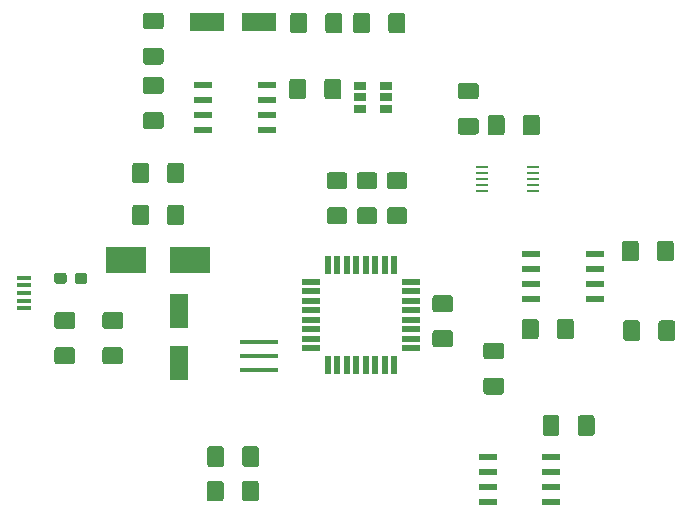
<source format=gbr>
G04 #@! TF.GenerationSoftware,KiCad,Pcbnew,(5.0.1-3-g963ef8bb5)*
G04 #@! TF.CreationDate,2019-06-08T22:51:48-04:00*
G04 #@! TF.ProjectId,EFCv2,45464376322E6B696361645F70636200,rev?*
G04 #@! TF.SameCoordinates,Original*
G04 #@! TF.FileFunction,Paste,Top*
G04 #@! TF.FilePolarity,Positive*
%FSLAX46Y46*%
G04 Gerber Fmt 4.6, Leading zero omitted, Abs format (unit mm)*
G04 Created by KiCad (PCBNEW (5.0.1-3-g963ef8bb5)) date Saturday, June 08, 2019 at 10:51:48 pm*
%MOMM*%
%LPD*%
G01*
G04 APERTURE LIST*
%ADD10R,1.550000X0.600000*%
%ADD11C,0.100000*%
%ADD12C,1.425000*%
%ADD13R,3.000000X1.600000*%
%ADD14R,1.300000X0.450000*%
%ADD15R,1.060000X0.650000*%
%ADD16R,1.600000X0.550000*%
%ADD17R,0.550000X1.600000*%
%ADD18R,1.100000X0.250000*%
%ADD19R,3.200000X0.400000*%
%ADD20R,1.600000X3.000000*%
%ADD21R,3.500000X2.300000*%
%ADD22C,0.950000*%
G04 APERTURE END LIST*
D10*
G04 #@! TO.C,U2*
X77851000Y-68453000D03*
X77851000Y-67183000D03*
X77851000Y-65913000D03*
X77851000Y-64643000D03*
X72451000Y-64643000D03*
X72451000Y-65913000D03*
X72451000Y-67183000D03*
X72451000Y-68453000D03*
G04 #@! TD*
G04 #@! TO.C,U5*
X100170000Y-82804000D03*
X100170000Y-81534000D03*
X100170000Y-80264000D03*
X100170000Y-78994000D03*
X105570000Y-78994000D03*
X105570000Y-80264000D03*
X105570000Y-81534000D03*
X105570000Y-82804000D03*
G04 #@! TD*
D11*
G04 #@! TO.C,C1*
G36*
X102360769Y-92638527D02*
X102385038Y-92642127D01*
X102408836Y-92648088D01*
X102431936Y-92656353D01*
X102454114Y-92666843D01*
X102475158Y-92679456D01*
X102494863Y-92694070D01*
X102513042Y-92710546D01*
X102529518Y-92728725D01*
X102544132Y-92748430D01*
X102556745Y-92769474D01*
X102567235Y-92791652D01*
X102575500Y-92814752D01*
X102581461Y-92838550D01*
X102585061Y-92862819D01*
X102586265Y-92887323D01*
X102586265Y-94137323D01*
X102585061Y-94161827D01*
X102581461Y-94186096D01*
X102575500Y-94209894D01*
X102567235Y-94232994D01*
X102556745Y-94255172D01*
X102544132Y-94276216D01*
X102529518Y-94295921D01*
X102513042Y-94314100D01*
X102494863Y-94330576D01*
X102475158Y-94345190D01*
X102454114Y-94357803D01*
X102431936Y-94368293D01*
X102408836Y-94376558D01*
X102385038Y-94382519D01*
X102360769Y-94386119D01*
X102336265Y-94387323D01*
X101411265Y-94387323D01*
X101386761Y-94386119D01*
X101362492Y-94382519D01*
X101338694Y-94376558D01*
X101315594Y-94368293D01*
X101293416Y-94357803D01*
X101272372Y-94345190D01*
X101252667Y-94330576D01*
X101234488Y-94314100D01*
X101218012Y-94295921D01*
X101203398Y-94276216D01*
X101190785Y-94255172D01*
X101180295Y-94232994D01*
X101172030Y-94209894D01*
X101166069Y-94186096D01*
X101162469Y-94161827D01*
X101161265Y-94137323D01*
X101161265Y-92887323D01*
X101162469Y-92862819D01*
X101166069Y-92838550D01*
X101172030Y-92814752D01*
X101180295Y-92791652D01*
X101190785Y-92769474D01*
X101203398Y-92748430D01*
X101218012Y-92728725D01*
X101234488Y-92710546D01*
X101252667Y-92694070D01*
X101272372Y-92679456D01*
X101293416Y-92666843D01*
X101315594Y-92656353D01*
X101338694Y-92648088D01*
X101362492Y-92642127D01*
X101386761Y-92638527D01*
X101411265Y-92637323D01*
X102336265Y-92637323D01*
X102360769Y-92638527D01*
X102360769Y-92638527D01*
G37*
D12*
X101873765Y-93512323D03*
D11*
G36*
X105335769Y-92638527D02*
X105360038Y-92642127D01*
X105383836Y-92648088D01*
X105406936Y-92656353D01*
X105429114Y-92666843D01*
X105450158Y-92679456D01*
X105469863Y-92694070D01*
X105488042Y-92710546D01*
X105504518Y-92728725D01*
X105519132Y-92748430D01*
X105531745Y-92769474D01*
X105542235Y-92791652D01*
X105550500Y-92814752D01*
X105556461Y-92838550D01*
X105560061Y-92862819D01*
X105561265Y-92887323D01*
X105561265Y-94137323D01*
X105560061Y-94161827D01*
X105556461Y-94186096D01*
X105550500Y-94209894D01*
X105542235Y-94232994D01*
X105531745Y-94255172D01*
X105519132Y-94276216D01*
X105504518Y-94295921D01*
X105488042Y-94314100D01*
X105469863Y-94330576D01*
X105450158Y-94345190D01*
X105429114Y-94357803D01*
X105406936Y-94368293D01*
X105383836Y-94376558D01*
X105360038Y-94382519D01*
X105335769Y-94386119D01*
X105311265Y-94387323D01*
X104386265Y-94387323D01*
X104361761Y-94386119D01*
X104337492Y-94382519D01*
X104313694Y-94376558D01*
X104290594Y-94368293D01*
X104268416Y-94357803D01*
X104247372Y-94345190D01*
X104227667Y-94330576D01*
X104209488Y-94314100D01*
X104193012Y-94295921D01*
X104178398Y-94276216D01*
X104165785Y-94255172D01*
X104155295Y-94232994D01*
X104147030Y-94209894D01*
X104141069Y-94186096D01*
X104137469Y-94161827D01*
X104136265Y-94137323D01*
X104136265Y-92887323D01*
X104137469Y-92862819D01*
X104141069Y-92838550D01*
X104147030Y-92814752D01*
X104155295Y-92791652D01*
X104165785Y-92769474D01*
X104178398Y-92748430D01*
X104193012Y-92728725D01*
X104209488Y-92710546D01*
X104227667Y-92694070D01*
X104247372Y-92679456D01*
X104268416Y-92666843D01*
X104290594Y-92656353D01*
X104313694Y-92648088D01*
X104337492Y-92642127D01*
X104361761Y-92638527D01*
X104386265Y-92637323D01*
X105311265Y-92637323D01*
X105335769Y-92638527D01*
X105335769Y-92638527D01*
G37*
D12*
X104848765Y-93512323D03*
G04 #@! TD*
D11*
G04 #@! TO.C,C5*
G36*
X83889504Y-64150204D02*
X83913773Y-64153804D01*
X83937571Y-64159765D01*
X83960671Y-64168030D01*
X83982849Y-64178520D01*
X84003893Y-64191133D01*
X84023598Y-64205747D01*
X84041777Y-64222223D01*
X84058253Y-64240402D01*
X84072867Y-64260107D01*
X84085480Y-64281151D01*
X84095970Y-64303329D01*
X84104235Y-64326429D01*
X84110196Y-64350227D01*
X84113796Y-64374496D01*
X84115000Y-64399000D01*
X84115000Y-65649000D01*
X84113796Y-65673504D01*
X84110196Y-65697773D01*
X84104235Y-65721571D01*
X84095970Y-65744671D01*
X84085480Y-65766849D01*
X84072867Y-65787893D01*
X84058253Y-65807598D01*
X84041777Y-65825777D01*
X84023598Y-65842253D01*
X84003893Y-65856867D01*
X83982849Y-65869480D01*
X83960671Y-65879970D01*
X83937571Y-65888235D01*
X83913773Y-65894196D01*
X83889504Y-65897796D01*
X83865000Y-65899000D01*
X82940000Y-65899000D01*
X82915496Y-65897796D01*
X82891227Y-65894196D01*
X82867429Y-65888235D01*
X82844329Y-65879970D01*
X82822151Y-65869480D01*
X82801107Y-65856867D01*
X82781402Y-65842253D01*
X82763223Y-65825777D01*
X82746747Y-65807598D01*
X82732133Y-65787893D01*
X82719520Y-65766849D01*
X82709030Y-65744671D01*
X82700765Y-65721571D01*
X82694804Y-65697773D01*
X82691204Y-65673504D01*
X82690000Y-65649000D01*
X82690000Y-64399000D01*
X82691204Y-64374496D01*
X82694804Y-64350227D01*
X82700765Y-64326429D01*
X82709030Y-64303329D01*
X82719520Y-64281151D01*
X82732133Y-64260107D01*
X82746747Y-64240402D01*
X82763223Y-64222223D01*
X82781402Y-64205747D01*
X82801107Y-64191133D01*
X82822151Y-64178520D01*
X82844329Y-64168030D01*
X82867429Y-64159765D01*
X82891227Y-64153804D01*
X82915496Y-64150204D01*
X82940000Y-64149000D01*
X83865000Y-64149000D01*
X83889504Y-64150204D01*
X83889504Y-64150204D01*
G37*
D12*
X83402500Y-65024000D03*
D11*
G36*
X80914504Y-64150204D02*
X80938773Y-64153804D01*
X80962571Y-64159765D01*
X80985671Y-64168030D01*
X81007849Y-64178520D01*
X81028893Y-64191133D01*
X81048598Y-64205747D01*
X81066777Y-64222223D01*
X81083253Y-64240402D01*
X81097867Y-64260107D01*
X81110480Y-64281151D01*
X81120970Y-64303329D01*
X81129235Y-64326429D01*
X81135196Y-64350227D01*
X81138796Y-64374496D01*
X81140000Y-64399000D01*
X81140000Y-65649000D01*
X81138796Y-65673504D01*
X81135196Y-65697773D01*
X81129235Y-65721571D01*
X81120970Y-65744671D01*
X81110480Y-65766849D01*
X81097867Y-65787893D01*
X81083253Y-65807598D01*
X81066777Y-65825777D01*
X81048598Y-65842253D01*
X81028893Y-65856867D01*
X81007849Y-65869480D01*
X80985671Y-65879970D01*
X80962571Y-65888235D01*
X80938773Y-65894196D01*
X80914504Y-65897796D01*
X80890000Y-65899000D01*
X79965000Y-65899000D01*
X79940496Y-65897796D01*
X79916227Y-65894196D01*
X79892429Y-65888235D01*
X79869329Y-65879970D01*
X79847151Y-65869480D01*
X79826107Y-65856867D01*
X79806402Y-65842253D01*
X79788223Y-65825777D01*
X79771747Y-65807598D01*
X79757133Y-65787893D01*
X79744520Y-65766849D01*
X79734030Y-65744671D01*
X79725765Y-65721571D01*
X79719804Y-65697773D01*
X79716204Y-65673504D01*
X79715000Y-65649000D01*
X79715000Y-64399000D01*
X79716204Y-64374496D01*
X79719804Y-64350227D01*
X79725765Y-64326429D01*
X79734030Y-64303329D01*
X79744520Y-64281151D01*
X79757133Y-64260107D01*
X79771747Y-64240402D01*
X79788223Y-64222223D01*
X79806402Y-64205747D01*
X79826107Y-64191133D01*
X79847151Y-64178520D01*
X79869329Y-64168030D01*
X79892429Y-64159765D01*
X79916227Y-64153804D01*
X79940496Y-64150204D01*
X79965000Y-64149000D01*
X80890000Y-64149000D01*
X80914504Y-64150204D01*
X80914504Y-64150204D01*
G37*
D12*
X80427500Y-65024000D03*
G04 #@! TD*
D11*
G04 #@! TO.C,C6*
G36*
X68848504Y-58543704D02*
X68872773Y-58547304D01*
X68896571Y-58553265D01*
X68919671Y-58561530D01*
X68941849Y-58572020D01*
X68962893Y-58584633D01*
X68982598Y-58599247D01*
X69000777Y-58615723D01*
X69017253Y-58633902D01*
X69031867Y-58653607D01*
X69044480Y-58674651D01*
X69054970Y-58696829D01*
X69063235Y-58719929D01*
X69069196Y-58743727D01*
X69072796Y-58767996D01*
X69074000Y-58792500D01*
X69074000Y-59717500D01*
X69072796Y-59742004D01*
X69069196Y-59766273D01*
X69063235Y-59790071D01*
X69054970Y-59813171D01*
X69044480Y-59835349D01*
X69031867Y-59856393D01*
X69017253Y-59876098D01*
X69000777Y-59894277D01*
X68982598Y-59910753D01*
X68962893Y-59925367D01*
X68941849Y-59937980D01*
X68919671Y-59948470D01*
X68896571Y-59956735D01*
X68872773Y-59962696D01*
X68848504Y-59966296D01*
X68824000Y-59967500D01*
X67574000Y-59967500D01*
X67549496Y-59966296D01*
X67525227Y-59962696D01*
X67501429Y-59956735D01*
X67478329Y-59948470D01*
X67456151Y-59937980D01*
X67435107Y-59925367D01*
X67415402Y-59910753D01*
X67397223Y-59894277D01*
X67380747Y-59876098D01*
X67366133Y-59856393D01*
X67353520Y-59835349D01*
X67343030Y-59813171D01*
X67334765Y-59790071D01*
X67328804Y-59766273D01*
X67325204Y-59742004D01*
X67324000Y-59717500D01*
X67324000Y-58792500D01*
X67325204Y-58767996D01*
X67328804Y-58743727D01*
X67334765Y-58719929D01*
X67343030Y-58696829D01*
X67353520Y-58674651D01*
X67366133Y-58653607D01*
X67380747Y-58633902D01*
X67397223Y-58615723D01*
X67415402Y-58599247D01*
X67435107Y-58584633D01*
X67456151Y-58572020D01*
X67478329Y-58561530D01*
X67501429Y-58553265D01*
X67525227Y-58547304D01*
X67549496Y-58543704D01*
X67574000Y-58542500D01*
X68824000Y-58542500D01*
X68848504Y-58543704D01*
X68848504Y-58543704D01*
G37*
D12*
X68199000Y-59255000D03*
D11*
G36*
X68848504Y-61518704D02*
X68872773Y-61522304D01*
X68896571Y-61528265D01*
X68919671Y-61536530D01*
X68941849Y-61547020D01*
X68962893Y-61559633D01*
X68982598Y-61574247D01*
X69000777Y-61590723D01*
X69017253Y-61608902D01*
X69031867Y-61628607D01*
X69044480Y-61649651D01*
X69054970Y-61671829D01*
X69063235Y-61694929D01*
X69069196Y-61718727D01*
X69072796Y-61742996D01*
X69074000Y-61767500D01*
X69074000Y-62692500D01*
X69072796Y-62717004D01*
X69069196Y-62741273D01*
X69063235Y-62765071D01*
X69054970Y-62788171D01*
X69044480Y-62810349D01*
X69031867Y-62831393D01*
X69017253Y-62851098D01*
X69000777Y-62869277D01*
X68982598Y-62885753D01*
X68962893Y-62900367D01*
X68941849Y-62912980D01*
X68919671Y-62923470D01*
X68896571Y-62931735D01*
X68872773Y-62937696D01*
X68848504Y-62941296D01*
X68824000Y-62942500D01*
X67574000Y-62942500D01*
X67549496Y-62941296D01*
X67525227Y-62937696D01*
X67501429Y-62931735D01*
X67478329Y-62923470D01*
X67456151Y-62912980D01*
X67435107Y-62900367D01*
X67415402Y-62885753D01*
X67397223Y-62869277D01*
X67380747Y-62851098D01*
X67366133Y-62831393D01*
X67353520Y-62810349D01*
X67343030Y-62788171D01*
X67334765Y-62765071D01*
X67328804Y-62741273D01*
X67325204Y-62717004D01*
X67324000Y-62692500D01*
X67324000Y-61767500D01*
X67325204Y-61742996D01*
X67328804Y-61718727D01*
X67334765Y-61694929D01*
X67343030Y-61671829D01*
X67353520Y-61649651D01*
X67366133Y-61628607D01*
X67380747Y-61608902D01*
X67397223Y-61590723D01*
X67415402Y-61574247D01*
X67435107Y-61559633D01*
X67456151Y-61547020D01*
X67478329Y-61536530D01*
X67501429Y-61528265D01*
X67525227Y-61522304D01*
X67549496Y-61518704D01*
X67574000Y-61517500D01*
X68824000Y-61517500D01*
X68848504Y-61518704D01*
X68848504Y-61518704D01*
G37*
D12*
X68199000Y-62230000D03*
G04 #@! TD*
D13*
G04 #@! TO.C,C7*
X72771000Y-59309000D03*
X77171000Y-59309000D03*
G04 #@! TD*
D11*
G04 #@! TO.C,C8*
G36*
X93359504Y-82473704D02*
X93383773Y-82477304D01*
X93407571Y-82483265D01*
X93430671Y-82491530D01*
X93452849Y-82502020D01*
X93473893Y-82514633D01*
X93493598Y-82529247D01*
X93511777Y-82545723D01*
X93528253Y-82563902D01*
X93542867Y-82583607D01*
X93555480Y-82604651D01*
X93565970Y-82626829D01*
X93574235Y-82649929D01*
X93580196Y-82673727D01*
X93583796Y-82697996D01*
X93585000Y-82722500D01*
X93585000Y-83647500D01*
X93583796Y-83672004D01*
X93580196Y-83696273D01*
X93574235Y-83720071D01*
X93565970Y-83743171D01*
X93555480Y-83765349D01*
X93542867Y-83786393D01*
X93528253Y-83806098D01*
X93511777Y-83824277D01*
X93493598Y-83840753D01*
X93473893Y-83855367D01*
X93452849Y-83867980D01*
X93430671Y-83878470D01*
X93407571Y-83886735D01*
X93383773Y-83892696D01*
X93359504Y-83896296D01*
X93335000Y-83897500D01*
X92085000Y-83897500D01*
X92060496Y-83896296D01*
X92036227Y-83892696D01*
X92012429Y-83886735D01*
X91989329Y-83878470D01*
X91967151Y-83867980D01*
X91946107Y-83855367D01*
X91926402Y-83840753D01*
X91908223Y-83824277D01*
X91891747Y-83806098D01*
X91877133Y-83786393D01*
X91864520Y-83765349D01*
X91854030Y-83743171D01*
X91845765Y-83720071D01*
X91839804Y-83696273D01*
X91836204Y-83672004D01*
X91835000Y-83647500D01*
X91835000Y-82722500D01*
X91836204Y-82697996D01*
X91839804Y-82673727D01*
X91845765Y-82649929D01*
X91854030Y-82626829D01*
X91864520Y-82604651D01*
X91877133Y-82583607D01*
X91891747Y-82563902D01*
X91908223Y-82545723D01*
X91926402Y-82529247D01*
X91946107Y-82514633D01*
X91967151Y-82502020D01*
X91989329Y-82491530D01*
X92012429Y-82483265D01*
X92036227Y-82477304D01*
X92060496Y-82473704D01*
X92085000Y-82472500D01*
X93335000Y-82472500D01*
X93359504Y-82473704D01*
X93359504Y-82473704D01*
G37*
D12*
X92710000Y-83185000D03*
D11*
G36*
X93359504Y-85448704D02*
X93383773Y-85452304D01*
X93407571Y-85458265D01*
X93430671Y-85466530D01*
X93452849Y-85477020D01*
X93473893Y-85489633D01*
X93493598Y-85504247D01*
X93511777Y-85520723D01*
X93528253Y-85538902D01*
X93542867Y-85558607D01*
X93555480Y-85579651D01*
X93565970Y-85601829D01*
X93574235Y-85624929D01*
X93580196Y-85648727D01*
X93583796Y-85672996D01*
X93585000Y-85697500D01*
X93585000Y-86622500D01*
X93583796Y-86647004D01*
X93580196Y-86671273D01*
X93574235Y-86695071D01*
X93565970Y-86718171D01*
X93555480Y-86740349D01*
X93542867Y-86761393D01*
X93528253Y-86781098D01*
X93511777Y-86799277D01*
X93493598Y-86815753D01*
X93473893Y-86830367D01*
X93452849Y-86842980D01*
X93430671Y-86853470D01*
X93407571Y-86861735D01*
X93383773Y-86867696D01*
X93359504Y-86871296D01*
X93335000Y-86872500D01*
X92085000Y-86872500D01*
X92060496Y-86871296D01*
X92036227Y-86867696D01*
X92012429Y-86861735D01*
X91989329Y-86853470D01*
X91967151Y-86842980D01*
X91946107Y-86830367D01*
X91926402Y-86815753D01*
X91908223Y-86799277D01*
X91891747Y-86781098D01*
X91877133Y-86761393D01*
X91864520Y-86740349D01*
X91854030Y-86718171D01*
X91845765Y-86695071D01*
X91839804Y-86671273D01*
X91836204Y-86647004D01*
X91835000Y-86622500D01*
X91835000Y-85697500D01*
X91836204Y-85672996D01*
X91839804Y-85648727D01*
X91845765Y-85624929D01*
X91854030Y-85601829D01*
X91864520Y-85579651D01*
X91877133Y-85558607D01*
X91891747Y-85538902D01*
X91908223Y-85520723D01*
X91926402Y-85504247D01*
X91946107Y-85489633D01*
X91967151Y-85477020D01*
X91989329Y-85466530D01*
X92012429Y-85458265D01*
X92036227Y-85452304D01*
X92060496Y-85448704D01*
X92085000Y-85447500D01*
X93335000Y-85447500D01*
X93359504Y-85448704D01*
X93359504Y-85448704D01*
G37*
D12*
X92710000Y-86160000D03*
G04 #@! TD*
D11*
G04 #@! TO.C,C9*
G36*
X103574504Y-84470204D02*
X103598773Y-84473804D01*
X103622571Y-84479765D01*
X103645671Y-84488030D01*
X103667849Y-84498520D01*
X103688893Y-84511133D01*
X103708598Y-84525747D01*
X103726777Y-84542223D01*
X103743253Y-84560402D01*
X103757867Y-84580107D01*
X103770480Y-84601151D01*
X103780970Y-84623329D01*
X103789235Y-84646429D01*
X103795196Y-84670227D01*
X103798796Y-84694496D01*
X103800000Y-84719000D01*
X103800000Y-85969000D01*
X103798796Y-85993504D01*
X103795196Y-86017773D01*
X103789235Y-86041571D01*
X103780970Y-86064671D01*
X103770480Y-86086849D01*
X103757867Y-86107893D01*
X103743253Y-86127598D01*
X103726777Y-86145777D01*
X103708598Y-86162253D01*
X103688893Y-86176867D01*
X103667849Y-86189480D01*
X103645671Y-86199970D01*
X103622571Y-86208235D01*
X103598773Y-86214196D01*
X103574504Y-86217796D01*
X103550000Y-86219000D01*
X102625000Y-86219000D01*
X102600496Y-86217796D01*
X102576227Y-86214196D01*
X102552429Y-86208235D01*
X102529329Y-86199970D01*
X102507151Y-86189480D01*
X102486107Y-86176867D01*
X102466402Y-86162253D01*
X102448223Y-86145777D01*
X102431747Y-86127598D01*
X102417133Y-86107893D01*
X102404520Y-86086849D01*
X102394030Y-86064671D01*
X102385765Y-86041571D01*
X102379804Y-86017773D01*
X102376204Y-85993504D01*
X102375000Y-85969000D01*
X102375000Y-84719000D01*
X102376204Y-84694496D01*
X102379804Y-84670227D01*
X102385765Y-84646429D01*
X102394030Y-84623329D01*
X102404520Y-84601151D01*
X102417133Y-84580107D01*
X102431747Y-84560402D01*
X102448223Y-84542223D01*
X102466402Y-84525747D01*
X102486107Y-84511133D01*
X102507151Y-84498520D01*
X102529329Y-84488030D01*
X102552429Y-84479765D01*
X102576227Y-84473804D01*
X102600496Y-84470204D01*
X102625000Y-84469000D01*
X103550000Y-84469000D01*
X103574504Y-84470204D01*
X103574504Y-84470204D01*
G37*
D12*
X103087500Y-85344000D03*
D11*
G36*
X100599504Y-84470204D02*
X100623773Y-84473804D01*
X100647571Y-84479765D01*
X100670671Y-84488030D01*
X100692849Y-84498520D01*
X100713893Y-84511133D01*
X100733598Y-84525747D01*
X100751777Y-84542223D01*
X100768253Y-84560402D01*
X100782867Y-84580107D01*
X100795480Y-84601151D01*
X100805970Y-84623329D01*
X100814235Y-84646429D01*
X100820196Y-84670227D01*
X100823796Y-84694496D01*
X100825000Y-84719000D01*
X100825000Y-85969000D01*
X100823796Y-85993504D01*
X100820196Y-86017773D01*
X100814235Y-86041571D01*
X100805970Y-86064671D01*
X100795480Y-86086849D01*
X100782867Y-86107893D01*
X100768253Y-86127598D01*
X100751777Y-86145777D01*
X100733598Y-86162253D01*
X100713893Y-86176867D01*
X100692849Y-86189480D01*
X100670671Y-86199970D01*
X100647571Y-86208235D01*
X100623773Y-86214196D01*
X100599504Y-86217796D01*
X100575000Y-86219000D01*
X99650000Y-86219000D01*
X99625496Y-86217796D01*
X99601227Y-86214196D01*
X99577429Y-86208235D01*
X99554329Y-86199970D01*
X99532151Y-86189480D01*
X99511107Y-86176867D01*
X99491402Y-86162253D01*
X99473223Y-86145777D01*
X99456747Y-86127598D01*
X99442133Y-86107893D01*
X99429520Y-86086849D01*
X99419030Y-86064671D01*
X99410765Y-86041571D01*
X99404804Y-86017773D01*
X99401204Y-85993504D01*
X99400000Y-85969000D01*
X99400000Y-84719000D01*
X99401204Y-84694496D01*
X99404804Y-84670227D01*
X99410765Y-84646429D01*
X99419030Y-84623329D01*
X99429520Y-84601151D01*
X99442133Y-84580107D01*
X99456747Y-84560402D01*
X99473223Y-84542223D01*
X99491402Y-84525747D01*
X99511107Y-84511133D01*
X99532151Y-84498520D01*
X99554329Y-84488030D01*
X99577429Y-84479765D01*
X99601227Y-84473804D01*
X99625496Y-84470204D01*
X99650000Y-84469000D01*
X100575000Y-84469000D01*
X100599504Y-84470204D01*
X100599504Y-84470204D01*
G37*
D12*
X100112500Y-85344000D03*
G04 #@! TD*
D11*
G04 #@! TO.C,C10*
G36*
X100690004Y-67198204D02*
X100714273Y-67201804D01*
X100738071Y-67207765D01*
X100761171Y-67216030D01*
X100783349Y-67226520D01*
X100804393Y-67239133D01*
X100824098Y-67253747D01*
X100842277Y-67270223D01*
X100858753Y-67288402D01*
X100873367Y-67308107D01*
X100885980Y-67329151D01*
X100896470Y-67351329D01*
X100904735Y-67374429D01*
X100910696Y-67398227D01*
X100914296Y-67422496D01*
X100915500Y-67447000D01*
X100915500Y-68697000D01*
X100914296Y-68721504D01*
X100910696Y-68745773D01*
X100904735Y-68769571D01*
X100896470Y-68792671D01*
X100885980Y-68814849D01*
X100873367Y-68835893D01*
X100858753Y-68855598D01*
X100842277Y-68873777D01*
X100824098Y-68890253D01*
X100804393Y-68904867D01*
X100783349Y-68917480D01*
X100761171Y-68927970D01*
X100738071Y-68936235D01*
X100714273Y-68942196D01*
X100690004Y-68945796D01*
X100665500Y-68947000D01*
X99740500Y-68947000D01*
X99715996Y-68945796D01*
X99691727Y-68942196D01*
X99667929Y-68936235D01*
X99644829Y-68927970D01*
X99622651Y-68917480D01*
X99601607Y-68904867D01*
X99581902Y-68890253D01*
X99563723Y-68873777D01*
X99547247Y-68855598D01*
X99532633Y-68835893D01*
X99520020Y-68814849D01*
X99509530Y-68792671D01*
X99501265Y-68769571D01*
X99495304Y-68745773D01*
X99491704Y-68721504D01*
X99490500Y-68697000D01*
X99490500Y-67447000D01*
X99491704Y-67422496D01*
X99495304Y-67398227D01*
X99501265Y-67374429D01*
X99509530Y-67351329D01*
X99520020Y-67329151D01*
X99532633Y-67308107D01*
X99547247Y-67288402D01*
X99563723Y-67270223D01*
X99581902Y-67253747D01*
X99601607Y-67239133D01*
X99622651Y-67226520D01*
X99644829Y-67216030D01*
X99667929Y-67207765D01*
X99691727Y-67201804D01*
X99715996Y-67198204D01*
X99740500Y-67197000D01*
X100665500Y-67197000D01*
X100690004Y-67198204D01*
X100690004Y-67198204D01*
G37*
D12*
X100203000Y-68072000D03*
D11*
G36*
X97715004Y-67198204D02*
X97739273Y-67201804D01*
X97763071Y-67207765D01*
X97786171Y-67216030D01*
X97808349Y-67226520D01*
X97829393Y-67239133D01*
X97849098Y-67253747D01*
X97867277Y-67270223D01*
X97883753Y-67288402D01*
X97898367Y-67308107D01*
X97910980Y-67329151D01*
X97921470Y-67351329D01*
X97929735Y-67374429D01*
X97935696Y-67398227D01*
X97939296Y-67422496D01*
X97940500Y-67447000D01*
X97940500Y-68697000D01*
X97939296Y-68721504D01*
X97935696Y-68745773D01*
X97929735Y-68769571D01*
X97921470Y-68792671D01*
X97910980Y-68814849D01*
X97898367Y-68835893D01*
X97883753Y-68855598D01*
X97867277Y-68873777D01*
X97849098Y-68890253D01*
X97829393Y-68904867D01*
X97808349Y-68917480D01*
X97786171Y-68927970D01*
X97763071Y-68936235D01*
X97739273Y-68942196D01*
X97715004Y-68945796D01*
X97690500Y-68947000D01*
X96765500Y-68947000D01*
X96740996Y-68945796D01*
X96716727Y-68942196D01*
X96692929Y-68936235D01*
X96669829Y-68927970D01*
X96647651Y-68917480D01*
X96626607Y-68904867D01*
X96606902Y-68890253D01*
X96588723Y-68873777D01*
X96572247Y-68855598D01*
X96557633Y-68835893D01*
X96545020Y-68814849D01*
X96534530Y-68792671D01*
X96526265Y-68769571D01*
X96520304Y-68745773D01*
X96516704Y-68721504D01*
X96515500Y-68697000D01*
X96515500Y-67447000D01*
X96516704Y-67422496D01*
X96520304Y-67398227D01*
X96526265Y-67374429D01*
X96534530Y-67351329D01*
X96545020Y-67329151D01*
X96557633Y-67308107D01*
X96572247Y-67288402D01*
X96588723Y-67270223D01*
X96606902Y-67253747D01*
X96626607Y-67239133D01*
X96647651Y-67226520D01*
X96669829Y-67216030D01*
X96692929Y-67207765D01*
X96716727Y-67201804D01*
X96740996Y-67198204D01*
X96765500Y-67197000D01*
X97690500Y-67197000D01*
X97715004Y-67198204D01*
X97715004Y-67198204D01*
G37*
D12*
X97228000Y-68072000D03*
G04 #@! TD*
D11*
G04 #@! TO.C,C11*
G36*
X109199004Y-84597204D02*
X109223273Y-84600804D01*
X109247071Y-84606765D01*
X109270171Y-84615030D01*
X109292349Y-84625520D01*
X109313393Y-84638133D01*
X109333098Y-84652747D01*
X109351277Y-84669223D01*
X109367753Y-84687402D01*
X109382367Y-84707107D01*
X109394980Y-84728151D01*
X109405470Y-84750329D01*
X109413735Y-84773429D01*
X109419696Y-84797227D01*
X109423296Y-84821496D01*
X109424500Y-84846000D01*
X109424500Y-86096000D01*
X109423296Y-86120504D01*
X109419696Y-86144773D01*
X109413735Y-86168571D01*
X109405470Y-86191671D01*
X109394980Y-86213849D01*
X109382367Y-86234893D01*
X109367753Y-86254598D01*
X109351277Y-86272777D01*
X109333098Y-86289253D01*
X109313393Y-86303867D01*
X109292349Y-86316480D01*
X109270171Y-86326970D01*
X109247071Y-86335235D01*
X109223273Y-86341196D01*
X109199004Y-86344796D01*
X109174500Y-86346000D01*
X108249500Y-86346000D01*
X108224996Y-86344796D01*
X108200727Y-86341196D01*
X108176929Y-86335235D01*
X108153829Y-86326970D01*
X108131651Y-86316480D01*
X108110607Y-86303867D01*
X108090902Y-86289253D01*
X108072723Y-86272777D01*
X108056247Y-86254598D01*
X108041633Y-86234893D01*
X108029020Y-86213849D01*
X108018530Y-86191671D01*
X108010265Y-86168571D01*
X108004304Y-86144773D01*
X108000704Y-86120504D01*
X107999500Y-86096000D01*
X107999500Y-84846000D01*
X108000704Y-84821496D01*
X108004304Y-84797227D01*
X108010265Y-84773429D01*
X108018530Y-84750329D01*
X108029020Y-84728151D01*
X108041633Y-84707107D01*
X108056247Y-84687402D01*
X108072723Y-84669223D01*
X108090902Y-84652747D01*
X108110607Y-84638133D01*
X108131651Y-84625520D01*
X108153829Y-84615030D01*
X108176929Y-84606765D01*
X108200727Y-84600804D01*
X108224996Y-84597204D01*
X108249500Y-84596000D01*
X109174500Y-84596000D01*
X109199004Y-84597204D01*
X109199004Y-84597204D01*
G37*
D12*
X108712000Y-85471000D03*
D11*
G36*
X112174004Y-84597204D02*
X112198273Y-84600804D01*
X112222071Y-84606765D01*
X112245171Y-84615030D01*
X112267349Y-84625520D01*
X112288393Y-84638133D01*
X112308098Y-84652747D01*
X112326277Y-84669223D01*
X112342753Y-84687402D01*
X112357367Y-84707107D01*
X112369980Y-84728151D01*
X112380470Y-84750329D01*
X112388735Y-84773429D01*
X112394696Y-84797227D01*
X112398296Y-84821496D01*
X112399500Y-84846000D01*
X112399500Y-86096000D01*
X112398296Y-86120504D01*
X112394696Y-86144773D01*
X112388735Y-86168571D01*
X112380470Y-86191671D01*
X112369980Y-86213849D01*
X112357367Y-86234893D01*
X112342753Y-86254598D01*
X112326277Y-86272777D01*
X112308098Y-86289253D01*
X112288393Y-86303867D01*
X112267349Y-86316480D01*
X112245171Y-86326970D01*
X112222071Y-86335235D01*
X112198273Y-86341196D01*
X112174004Y-86344796D01*
X112149500Y-86346000D01*
X111224500Y-86346000D01*
X111199996Y-86344796D01*
X111175727Y-86341196D01*
X111151929Y-86335235D01*
X111128829Y-86326970D01*
X111106651Y-86316480D01*
X111085607Y-86303867D01*
X111065902Y-86289253D01*
X111047723Y-86272777D01*
X111031247Y-86254598D01*
X111016633Y-86234893D01*
X111004020Y-86213849D01*
X110993530Y-86191671D01*
X110985265Y-86168571D01*
X110979304Y-86144773D01*
X110975704Y-86120504D01*
X110974500Y-86096000D01*
X110974500Y-84846000D01*
X110975704Y-84821496D01*
X110979304Y-84797227D01*
X110985265Y-84773429D01*
X110993530Y-84750329D01*
X111004020Y-84728151D01*
X111016633Y-84707107D01*
X111031247Y-84687402D01*
X111047723Y-84669223D01*
X111065902Y-84652747D01*
X111085607Y-84638133D01*
X111106651Y-84625520D01*
X111128829Y-84615030D01*
X111151929Y-84606765D01*
X111175727Y-84600804D01*
X111199996Y-84597204D01*
X111224500Y-84596000D01*
X112149500Y-84596000D01*
X112174004Y-84597204D01*
X112174004Y-84597204D01*
G37*
D12*
X111687000Y-85471000D03*
G04 #@! TD*
D11*
G04 #@! TO.C,C12*
G36*
X112047004Y-77866204D02*
X112071273Y-77869804D01*
X112095071Y-77875765D01*
X112118171Y-77884030D01*
X112140349Y-77894520D01*
X112161393Y-77907133D01*
X112181098Y-77921747D01*
X112199277Y-77938223D01*
X112215753Y-77956402D01*
X112230367Y-77976107D01*
X112242980Y-77997151D01*
X112253470Y-78019329D01*
X112261735Y-78042429D01*
X112267696Y-78066227D01*
X112271296Y-78090496D01*
X112272500Y-78115000D01*
X112272500Y-79365000D01*
X112271296Y-79389504D01*
X112267696Y-79413773D01*
X112261735Y-79437571D01*
X112253470Y-79460671D01*
X112242980Y-79482849D01*
X112230367Y-79503893D01*
X112215753Y-79523598D01*
X112199277Y-79541777D01*
X112181098Y-79558253D01*
X112161393Y-79572867D01*
X112140349Y-79585480D01*
X112118171Y-79595970D01*
X112095071Y-79604235D01*
X112071273Y-79610196D01*
X112047004Y-79613796D01*
X112022500Y-79615000D01*
X111097500Y-79615000D01*
X111072996Y-79613796D01*
X111048727Y-79610196D01*
X111024929Y-79604235D01*
X111001829Y-79595970D01*
X110979651Y-79585480D01*
X110958607Y-79572867D01*
X110938902Y-79558253D01*
X110920723Y-79541777D01*
X110904247Y-79523598D01*
X110889633Y-79503893D01*
X110877020Y-79482849D01*
X110866530Y-79460671D01*
X110858265Y-79437571D01*
X110852304Y-79413773D01*
X110848704Y-79389504D01*
X110847500Y-79365000D01*
X110847500Y-78115000D01*
X110848704Y-78090496D01*
X110852304Y-78066227D01*
X110858265Y-78042429D01*
X110866530Y-78019329D01*
X110877020Y-77997151D01*
X110889633Y-77976107D01*
X110904247Y-77956402D01*
X110920723Y-77938223D01*
X110938902Y-77921747D01*
X110958607Y-77907133D01*
X110979651Y-77894520D01*
X111001829Y-77884030D01*
X111024929Y-77875765D01*
X111048727Y-77869804D01*
X111072996Y-77866204D01*
X111097500Y-77865000D01*
X112022500Y-77865000D01*
X112047004Y-77866204D01*
X112047004Y-77866204D01*
G37*
D12*
X111560000Y-78740000D03*
D11*
G36*
X109072004Y-77866204D02*
X109096273Y-77869804D01*
X109120071Y-77875765D01*
X109143171Y-77884030D01*
X109165349Y-77894520D01*
X109186393Y-77907133D01*
X109206098Y-77921747D01*
X109224277Y-77938223D01*
X109240753Y-77956402D01*
X109255367Y-77976107D01*
X109267980Y-77997151D01*
X109278470Y-78019329D01*
X109286735Y-78042429D01*
X109292696Y-78066227D01*
X109296296Y-78090496D01*
X109297500Y-78115000D01*
X109297500Y-79365000D01*
X109296296Y-79389504D01*
X109292696Y-79413773D01*
X109286735Y-79437571D01*
X109278470Y-79460671D01*
X109267980Y-79482849D01*
X109255367Y-79503893D01*
X109240753Y-79523598D01*
X109224277Y-79541777D01*
X109206098Y-79558253D01*
X109186393Y-79572867D01*
X109165349Y-79585480D01*
X109143171Y-79595970D01*
X109120071Y-79604235D01*
X109096273Y-79610196D01*
X109072004Y-79613796D01*
X109047500Y-79615000D01*
X108122500Y-79615000D01*
X108097996Y-79613796D01*
X108073727Y-79610196D01*
X108049929Y-79604235D01*
X108026829Y-79595970D01*
X108004651Y-79585480D01*
X107983607Y-79572867D01*
X107963902Y-79558253D01*
X107945723Y-79541777D01*
X107929247Y-79523598D01*
X107914633Y-79503893D01*
X107902020Y-79482849D01*
X107891530Y-79460671D01*
X107883265Y-79437571D01*
X107877304Y-79413773D01*
X107873704Y-79389504D01*
X107872500Y-79365000D01*
X107872500Y-78115000D01*
X107873704Y-78090496D01*
X107877304Y-78066227D01*
X107883265Y-78042429D01*
X107891530Y-78019329D01*
X107902020Y-77997151D01*
X107914633Y-77976107D01*
X107929247Y-77956402D01*
X107945723Y-77938223D01*
X107963902Y-77921747D01*
X107983607Y-77907133D01*
X108004651Y-77894520D01*
X108026829Y-77884030D01*
X108049929Y-77875765D01*
X108073727Y-77869804D01*
X108097996Y-77866204D01*
X108122500Y-77865000D01*
X109047500Y-77865000D01*
X109072004Y-77866204D01*
X109072004Y-77866204D01*
G37*
D12*
X108585000Y-78740000D03*
G04 #@! TD*
D11*
G04 #@! TO.C,C13*
G36*
X95518504Y-67451204D02*
X95542773Y-67454804D01*
X95566571Y-67460765D01*
X95589671Y-67469030D01*
X95611849Y-67479520D01*
X95632893Y-67492133D01*
X95652598Y-67506747D01*
X95670777Y-67523223D01*
X95687253Y-67541402D01*
X95701867Y-67561107D01*
X95714480Y-67582151D01*
X95724970Y-67604329D01*
X95733235Y-67627429D01*
X95739196Y-67651227D01*
X95742796Y-67675496D01*
X95744000Y-67700000D01*
X95744000Y-68625000D01*
X95742796Y-68649504D01*
X95739196Y-68673773D01*
X95733235Y-68697571D01*
X95724970Y-68720671D01*
X95714480Y-68742849D01*
X95701867Y-68763893D01*
X95687253Y-68783598D01*
X95670777Y-68801777D01*
X95652598Y-68818253D01*
X95632893Y-68832867D01*
X95611849Y-68845480D01*
X95589671Y-68855970D01*
X95566571Y-68864235D01*
X95542773Y-68870196D01*
X95518504Y-68873796D01*
X95494000Y-68875000D01*
X94244000Y-68875000D01*
X94219496Y-68873796D01*
X94195227Y-68870196D01*
X94171429Y-68864235D01*
X94148329Y-68855970D01*
X94126151Y-68845480D01*
X94105107Y-68832867D01*
X94085402Y-68818253D01*
X94067223Y-68801777D01*
X94050747Y-68783598D01*
X94036133Y-68763893D01*
X94023520Y-68742849D01*
X94013030Y-68720671D01*
X94004765Y-68697571D01*
X93998804Y-68673773D01*
X93995204Y-68649504D01*
X93994000Y-68625000D01*
X93994000Y-67700000D01*
X93995204Y-67675496D01*
X93998804Y-67651227D01*
X94004765Y-67627429D01*
X94013030Y-67604329D01*
X94023520Y-67582151D01*
X94036133Y-67561107D01*
X94050747Y-67541402D01*
X94067223Y-67523223D01*
X94085402Y-67506747D01*
X94105107Y-67492133D01*
X94126151Y-67479520D01*
X94148329Y-67469030D01*
X94171429Y-67460765D01*
X94195227Y-67454804D01*
X94219496Y-67451204D01*
X94244000Y-67450000D01*
X95494000Y-67450000D01*
X95518504Y-67451204D01*
X95518504Y-67451204D01*
G37*
D12*
X94869000Y-68162500D03*
D11*
G36*
X95518504Y-64476204D02*
X95542773Y-64479804D01*
X95566571Y-64485765D01*
X95589671Y-64494030D01*
X95611849Y-64504520D01*
X95632893Y-64517133D01*
X95652598Y-64531747D01*
X95670777Y-64548223D01*
X95687253Y-64566402D01*
X95701867Y-64586107D01*
X95714480Y-64607151D01*
X95724970Y-64629329D01*
X95733235Y-64652429D01*
X95739196Y-64676227D01*
X95742796Y-64700496D01*
X95744000Y-64725000D01*
X95744000Y-65650000D01*
X95742796Y-65674504D01*
X95739196Y-65698773D01*
X95733235Y-65722571D01*
X95724970Y-65745671D01*
X95714480Y-65767849D01*
X95701867Y-65788893D01*
X95687253Y-65808598D01*
X95670777Y-65826777D01*
X95652598Y-65843253D01*
X95632893Y-65857867D01*
X95611849Y-65870480D01*
X95589671Y-65880970D01*
X95566571Y-65889235D01*
X95542773Y-65895196D01*
X95518504Y-65898796D01*
X95494000Y-65900000D01*
X94244000Y-65900000D01*
X94219496Y-65898796D01*
X94195227Y-65895196D01*
X94171429Y-65889235D01*
X94148329Y-65880970D01*
X94126151Y-65870480D01*
X94105107Y-65857867D01*
X94085402Y-65843253D01*
X94067223Y-65826777D01*
X94050747Y-65808598D01*
X94036133Y-65788893D01*
X94023520Y-65767849D01*
X94013030Y-65745671D01*
X94004765Y-65722571D01*
X93998804Y-65698773D01*
X93995204Y-65674504D01*
X93994000Y-65650000D01*
X93994000Y-64725000D01*
X93995204Y-64700496D01*
X93998804Y-64676227D01*
X94004765Y-64652429D01*
X94013030Y-64629329D01*
X94023520Y-64607151D01*
X94036133Y-64586107D01*
X94050747Y-64566402D01*
X94067223Y-64548223D01*
X94085402Y-64531747D01*
X94105107Y-64517133D01*
X94126151Y-64504520D01*
X94148329Y-64494030D01*
X94171429Y-64485765D01*
X94195227Y-64479804D01*
X94219496Y-64476204D01*
X94244000Y-64475000D01*
X95494000Y-64475000D01*
X95518504Y-64476204D01*
X95518504Y-64476204D01*
G37*
D12*
X94869000Y-65187500D03*
G04 #@! TD*
D14*
G04 #@! TO.C,J1*
X57272000Y-80996000D03*
X57272000Y-81646000D03*
X57272000Y-82296000D03*
X57272000Y-82946000D03*
X57272000Y-83596000D03*
G04 #@! TD*
D11*
G04 #@! TO.C,R1*
G36*
X68848504Y-64004704D02*
X68872773Y-64008304D01*
X68896571Y-64014265D01*
X68919671Y-64022530D01*
X68941849Y-64033020D01*
X68962893Y-64045633D01*
X68982598Y-64060247D01*
X69000777Y-64076723D01*
X69017253Y-64094902D01*
X69031867Y-64114607D01*
X69044480Y-64135651D01*
X69054970Y-64157829D01*
X69063235Y-64180929D01*
X69069196Y-64204727D01*
X69072796Y-64228996D01*
X69074000Y-64253500D01*
X69074000Y-65178500D01*
X69072796Y-65203004D01*
X69069196Y-65227273D01*
X69063235Y-65251071D01*
X69054970Y-65274171D01*
X69044480Y-65296349D01*
X69031867Y-65317393D01*
X69017253Y-65337098D01*
X69000777Y-65355277D01*
X68982598Y-65371753D01*
X68962893Y-65386367D01*
X68941849Y-65398980D01*
X68919671Y-65409470D01*
X68896571Y-65417735D01*
X68872773Y-65423696D01*
X68848504Y-65427296D01*
X68824000Y-65428500D01*
X67574000Y-65428500D01*
X67549496Y-65427296D01*
X67525227Y-65423696D01*
X67501429Y-65417735D01*
X67478329Y-65409470D01*
X67456151Y-65398980D01*
X67435107Y-65386367D01*
X67415402Y-65371753D01*
X67397223Y-65355277D01*
X67380747Y-65337098D01*
X67366133Y-65317393D01*
X67353520Y-65296349D01*
X67343030Y-65274171D01*
X67334765Y-65251071D01*
X67328804Y-65227273D01*
X67325204Y-65203004D01*
X67324000Y-65178500D01*
X67324000Y-64253500D01*
X67325204Y-64228996D01*
X67328804Y-64204727D01*
X67334765Y-64180929D01*
X67343030Y-64157829D01*
X67353520Y-64135651D01*
X67366133Y-64114607D01*
X67380747Y-64094902D01*
X67397223Y-64076723D01*
X67415402Y-64060247D01*
X67435107Y-64045633D01*
X67456151Y-64033020D01*
X67478329Y-64022530D01*
X67501429Y-64014265D01*
X67525227Y-64008304D01*
X67549496Y-64004704D01*
X67574000Y-64003500D01*
X68824000Y-64003500D01*
X68848504Y-64004704D01*
X68848504Y-64004704D01*
G37*
D12*
X68199000Y-64716000D03*
D11*
G36*
X68848504Y-66979704D02*
X68872773Y-66983304D01*
X68896571Y-66989265D01*
X68919671Y-66997530D01*
X68941849Y-67008020D01*
X68962893Y-67020633D01*
X68982598Y-67035247D01*
X69000777Y-67051723D01*
X69017253Y-67069902D01*
X69031867Y-67089607D01*
X69044480Y-67110651D01*
X69054970Y-67132829D01*
X69063235Y-67155929D01*
X69069196Y-67179727D01*
X69072796Y-67203996D01*
X69074000Y-67228500D01*
X69074000Y-68153500D01*
X69072796Y-68178004D01*
X69069196Y-68202273D01*
X69063235Y-68226071D01*
X69054970Y-68249171D01*
X69044480Y-68271349D01*
X69031867Y-68292393D01*
X69017253Y-68312098D01*
X69000777Y-68330277D01*
X68982598Y-68346753D01*
X68962893Y-68361367D01*
X68941849Y-68373980D01*
X68919671Y-68384470D01*
X68896571Y-68392735D01*
X68872773Y-68398696D01*
X68848504Y-68402296D01*
X68824000Y-68403500D01*
X67574000Y-68403500D01*
X67549496Y-68402296D01*
X67525227Y-68398696D01*
X67501429Y-68392735D01*
X67478329Y-68384470D01*
X67456151Y-68373980D01*
X67435107Y-68361367D01*
X67415402Y-68346753D01*
X67397223Y-68330277D01*
X67380747Y-68312098D01*
X67366133Y-68292393D01*
X67353520Y-68271349D01*
X67343030Y-68249171D01*
X67334765Y-68226071D01*
X67328804Y-68202273D01*
X67325204Y-68178004D01*
X67324000Y-68153500D01*
X67324000Y-67228500D01*
X67325204Y-67203996D01*
X67328804Y-67179727D01*
X67334765Y-67155929D01*
X67343030Y-67132829D01*
X67353520Y-67110651D01*
X67366133Y-67089607D01*
X67380747Y-67069902D01*
X67397223Y-67051723D01*
X67415402Y-67035247D01*
X67435107Y-67020633D01*
X67456151Y-67008020D01*
X67478329Y-66997530D01*
X67501429Y-66989265D01*
X67525227Y-66983304D01*
X67549496Y-66979704D01*
X67574000Y-66978500D01*
X68824000Y-66978500D01*
X68848504Y-66979704D01*
X68848504Y-66979704D01*
G37*
D12*
X68199000Y-67691000D03*
G04 #@! TD*
D11*
G04 #@! TO.C,R2*
G36*
X97677504Y-86483704D02*
X97701773Y-86487304D01*
X97725571Y-86493265D01*
X97748671Y-86501530D01*
X97770849Y-86512020D01*
X97791893Y-86524633D01*
X97811598Y-86539247D01*
X97829777Y-86555723D01*
X97846253Y-86573902D01*
X97860867Y-86593607D01*
X97873480Y-86614651D01*
X97883970Y-86636829D01*
X97892235Y-86659929D01*
X97898196Y-86683727D01*
X97901796Y-86707996D01*
X97903000Y-86732500D01*
X97903000Y-87657500D01*
X97901796Y-87682004D01*
X97898196Y-87706273D01*
X97892235Y-87730071D01*
X97883970Y-87753171D01*
X97873480Y-87775349D01*
X97860867Y-87796393D01*
X97846253Y-87816098D01*
X97829777Y-87834277D01*
X97811598Y-87850753D01*
X97791893Y-87865367D01*
X97770849Y-87877980D01*
X97748671Y-87888470D01*
X97725571Y-87896735D01*
X97701773Y-87902696D01*
X97677504Y-87906296D01*
X97653000Y-87907500D01*
X96403000Y-87907500D01*
X96378496Y-87906296D01*
X96354227Y-87902696D01*
X96330429Y-87896735D01*
X96307329Y-87888470D01*
X96285151Y-87877980D01*
X96264107Y-87865367D01*
X96244402Y-87850753D01*
X96226223Y-87834277D01*
X96209747Y-87816098D01*
X96195133Y-87796393D01*
X96182520Y-87775349D01*
X96172030Y-87753171D01*
X96163765Y-87730071D01*
X96157804Y-87706273D01*
X96154204Y-87682004D01*
X96153000Y-87657500D01*
X96153000Y-86732500D01*
X96154204Y-86707996D01*
X96157804Y-86683727D01*
X96163765Y-86659929D01*
X96172030Y-86636829D01*
X96182520Y-86614651D01*
X96195133Y-86593607D01*
X96209747Y-86573902D01*
X96226223Y-86555723D01*
X96244402Y-86539247D01*
X96264107Y-86524633D01*
X96285151Y-86512020D01*
X96307329Y-86501530D01*
X96330429Y-86493265D01*
X96354227Y-86487304D01*
X96378496Y-86483704D01*
X96403000Y-86482500D01*
X97653000Y-86482500D01*
X97677504Y-86483704D01*
X97677504Y-86483704D01*
G37*
D12*
X97028000Y-87195000D03*
D11*
G36*
X97677504Y-89458704D02*
X97701773Y-89462304D01*
X97725571Y-89468265D01*
X97748671Y-89476530D01*
X97770849Y-89487020D01*
X97791893Y-89499633D01*
X97811598Y-89514247D01*
X97829777Y-89530723D01*
X97846253Y-89548902D01*
X97860867Y-89568607D01*
X97873480Y-89589651D01*
X97883970Y-89611829D01*
X97892235Y-89634929D01*
X97898196Y-89658727D01*
X97901796Y-89682996D01*
X97903000Y-89707500D01*
X97903000Y-90632500D01*
X97901796Y-90657004D01*
X97898196Y-90681273D01*
X97892235Y-90705071D01*
X97883970Y-90728171D01*
X97873480Y-90750349D01*
X97860867Y-90771393D01*
X97846253Y-90791098D01*
X97829777Y-90809277D01*
X97811598Y-90825753D01*
X97791893Y-90840367D01*
X97770849Y-90852980D01*
X97748671Y-90863470D01*
X97725571Y-90871735D01*
X97701773Y-90877696D01*
X97677504Y-90881296D01*
X97653000Y-90882500D01*
X96403000Y-90882500D01*
X96378496Y-90881296D01*
X96354227Y-90877696D01*
X96330429Y-90871735D01*
X96307329Y-90863470D01*
X96285151Y-90852980D01*
X96264107Y-90840367D01*
X96244402Y-90825753D01*
X96226223Y-90809277D01*
X96209747Y-90791098D01*
X96195133Y-90771393D01*
X96182520Y-90750349D01*
X96172030Y-90728171D01*
X96163765Y-90705071D01*
X96157804Y-90681273D01*
X96154204Y-90657004D01*
X96153000Y-90632500D01*
X96153000Y-89707500D01*
X96154204Y-89682996D01*
X96157804Y-89658727D01*
X96163765Y-89634929D01*
X96172030Y-89611829D01*
X96182520Y-89589651D01*
X96195133Y-89568607D01*
X96209747Y-89548902D01*
X96226223Y-89530723D01*
X96244402Y-89514247D01*
X96264107Y-89499633D01*
X96285151Y-89487020D01*
X96307329Y-89476530D01*
X96330429Y-89468265D01*
X96354227Y-89462304D01*
X96378496Y-89458704D01*
X96403000Y-89457500D01*
X97653000Y-89457500D01*
X97677504Y-89458704D01*
X97677504Y-89458704D01*
G37*
D12*
X97028000Y-90170000D03*
G04 #@! TD*
D11*
G04 #@! TO.C,R3*
G36*
X89486004Y-72069204D02*
X89510273Y-72072804D01*
X89534071Y-72078765D01*
X89557171Y-72087030D01*
X89579349Y-72097520D01*
X89600393Y-72110133D01*
X89620098Y-72124747D01*
X89638277Y-72141223D01*
X89654753Y-72159402D01*
X89669367Y-72179107D01*
X89681980Y-72200151D01*
X89692470Y-72222329D01*
X89700735Y-72245429D01*
X89706696Y-72269227D01*
X89710296Y-72293496D01*
X89711500Y-72318000D01*
X89711500Y-73243000D01*
X89710296Y-73267504D01*
X89706696Y-73291773D01*
X89700735Y-73315571D01*
X89692470Y-73338671D01*
X89681980Y-73360849D01*
X89669367Y-73381893D01*
X89654753Y-73401598D01*
X89638277Y-73419777D01*
X89620098Y-73436253D01*
X89600393Y-73450867D01*
X89579349Y-73463480D01*
X89557171Y-73473970D01*
X89534071Y-73482235D01*
X89510273Y-73488196D01*
X89486004Y-73491796D01*
X89461500Y-73493000D01*
X88211500Y-73493000D01*
X88186996Y-73491796D01*
X88162727Y-73488196D01*
X88138929Y-73482235D01*
X88115829Y-73473970D01*
X88093651Y-73463480D01*
X88072607Y-73450867D01*
X88052902Y-73436253D01*
X88034723Y-73419777D01*
X88018247Y-73401598D01*
X88003633Y-73381893D01*
X87991020Y-73360849D01*
X87980530Y-73338671D01*
X87972265Y-73315571D01*
X87966304Y-73291773D01*
X87962704Y-73267504D01*
X87961500Y-73243000D01*
X87961500Y-72318000D01*
X87962704Y-72293496D01*
X87966304Y-72269227D01*
X87972265Y-72245429D01*
X87980530Y-72222329D01*
X87991020Y-72200151D01*
X88003633Y-72179107D01*
X88018247Y-72159402D01*
X88034723Y-72141223D01*
X88052902Y-72124747D01*
X88072607Y-72110133D01*
X88093651Y-72097520D01*
X88115829Y-72087030D01*
X88138929Y-72078765D01*
X88162727Y-72072804D01*
X88186996Y-72069204D01*
X88211500Y-72068000D01*
X89461500Y-72068000D01*
X89486004Y-72069204D01*
X89486004Y-72069204D01*
G37*
D12*
X88836500Y-72780500D03*
D11*
G36*
X89486004Y-75044204D02*
X89510273Y-75047804D01*
X89534071Y-75053765D01*
X89557171Y-75062030D01*
X89579349Y-75072520D01*
X89600393Y-75085133D01*
X89620098Y-75099747D01*
X89638277Y-75116223D01*
X89654753Y-75134402D01*
X89669367Y-75154107D01*
X89681980Y-75175151D01*
X89692470Y-75197329D01*
X89700735Y-75220429D01*
X89706696Y-75244227D01*
X89710296Y-75268496D01*
X89711500Y-75293000D01*
X89711500Y-76218000D01*
X89710296Y-76242504D01*
X89706696Y-76266773D01*
X89700735Y-76290571D01*
X89692470Y-76313671D01*
X89681980Y-76335849D01*
X89669367Y-76356893D01*
X89654753Y-76376598D01*
X89638277Y-76394777D01*
X89620098Y-76411253D01*
X89600393Y-76425867D01*
X89579349Y-76438480D01*
X89557171Y-76448970D01*
X89534071Y-76457235D01*
X89510273Y-76463196D01*
X89486004Y-76466796D01*
X89461500Y-76468000D01*
X88211500Y-76468000D01*
X88186996Y-76466796D01*
X88162727Y-76463196D01*
X88138929Y-76457235D01*
X88115829Y-76448970D01*
X88093651Y-76438480D01*
X88072607Y-76425867D01*
X88052902Y-76411253D01*
X88034723Y-76394777D01*
X88018247Y-76376598D01*
X88003633Y-76356893D01*
X87991020Y-76335849D01*
X87980530Y-76313671D01*
X87972265Y-76290571D01*
X87966304Y-76266773D01*
X87962704Y-76242504D01*
X87961500Y-76218000D01*
X87961500Y-75293000D01*
X87962704Y-75268496D01*
X87966304Y-75244227D01*
X87972265Y-75220429D01*
X87980530Y-75197329D01*
X87991020Y-75175151D01*
X88003633Y-75154107D01*
X88018247Y-75134402D01*
X88034723Y-75116223D01*
X88052902Y-75099747D01*
X88072607Y-75085133D01*
X88093651Y-75072520D01*
X88115829Y-75062030D01*
X88138929Y-75053765D01*
X88162727Y-75047804D01*
X88186996Y-75044204D01*
X88211500Y-75043000D01*
X89461500Y-75043000D01*
X89486004Y-75044204D01*
X89486004Y-75044204D01*
G37*
D12*
X88836500Y-75755500D03*
G04 #@! TD*
D11*
G04 #@! TO.C,R4*
G36*
X86946004Y-75044204D02*
X86970273Y-75047804D01*
X86994071Y-75053765D01*
X87017171Y-75062030D01*
X87039349Y-75072520D01*
X87060393Y-75085133D01*
X87080098Y-75099747D01*
X87098277Y-75116223D01*
X87114753Y-75134402D01*
X87129367Y-75154107D01*
X87141980Y-75175151D01*
X87152470Y-75197329D01*
X87160735Y-75220429D01*
X87166696Y-75244227D01*
X87170296Y-75268496D01*
X87171500Y-75293000D01*
X87171500Y-76218000D01*
X87170296Y-76242504D01*
X87166696Y-76266773D01*
X87160735Y-76290571D01*
X87152470Y-76313671D01*
X87141980Y-76335849D01*
X87129367Y-76356893D01*
X87114753Y-76376598D01*
X87098277Y-76394777D01*
X87080098Y-76411253D01*
X87060393Y-76425867D01*
X87039349Y-76438480D01*
X87017171Y-76448970D01*
X86994071Y-76457235D01*
X86970273Y-76463196D01*
X86946004Y-76466796D01*
X86921500Y-76468000D01*
X85671500Y-76468000D01*
X85646996Y-76466796D01*
X85622727Y-76463196D01*
X85598929Y-76457235D01*
X85575829Y-76448970D01*
X85553651Y-76438480D01*
X85532607Y-76425867D01*
X85512902Y-76411253D01*
X85494723Y-76394777D01*
X85478247Y-76376598D01*
X85463633Y-76356893D01*
X85451020Y-76335849D01*
X85440530Y-76313671D01*
X85432265Y-76290571D01*
X85426304Y-76266773D01*
X85422704Y-76242504D01*
X85421500Y-76218000D01*
X85421500Y-75293000D01*
X85422704Y-75268496D01*
X85426304Y-75244227D01*
X85432265Y-75220429D01*
X85440530Y-75197329D01*
X85451020Y-75175151D01*
X85463633Y-75154107D01*
X85478247Y-75134402D01*
X85494723Y-75116223D01*
X85512902Y-75099747D01*
X85532607Y-75085133D01*
X85553651Y-75072520D01*
X85575829Y-75062030D01*
X85598929Y-75053765D01*
X85622727Y-75047804D01*
X85646996Y-75044204D01*
X85671500Y-75043000D01*
X86921500Y-75043000D01*
X86946004Y-75044204D01*
X86946004Y-75044204D01*
G37*
D12*
X86296500Y-75755500D03*
D11*
G36*
X86946004Y-72069204D02*
X86970273Y-72072804D01*
X86994071Y-72078765D01*
X87017171Y-72087030D01*
X87039349Y-72097520D01*
X87060393Y-72110133D01*
X87080098Y-72124747D01*
X87098277Y-72141223D01*
X87114753Y-72159402D01*
X87129367Y-72179107D01*
X87141980Y-72200151D01*
X87152470Y-72222329D01*
X87160735Y-72245429D01*
X87166696Y-72269227D01*
X87170296Y-72293496D01*
X87171500Y-72318000D01*
X87171500Y-73243000D01*
X87170296Y-73267504D01*
X87166696Y-73291773D01*
X87160735Y-73315571D01*
X87152470Y-73338671D01*
X87141980Y-73360849D01*
X87129367Y-73381893D01*
X87114753Y-73401598D01*
X87098277Y-73419777D01*
X87080098Y-73436253D01*
X87060393Y-73450867D01*
X87039349Y-73463480D01*
X87017171Y-73473970D01*
X86994071Y-73482235D01*
X86970273Y-73488196D01*
X86946004Y-73491796D01*
X86921500Y-73493000D01*
X85671500Y-73493000D01*
X85646996Y-73491796D01*
X85622727Y-73488196D01*
X85598929Y-73482235D01*
X85575829Y-73473970D01*
X85553651Y-73463480D01*
X85532607Y-73450867D01*
X85512902Y-73436253D01*
X85494723Y-73419777D01*
X85478247Y-73401598D01*
X85463633Y-73381893D01*
X85451020Y-73360849D01*
X85440530Y-73338671D01*
X85432265Y-73315571D01*
X85426304Y-73291773D01*
X85422704Y-73267504D01*
X85421500Y-73243000D01*
X85421500Y-72318000D01*
X85422704Y-72293496D01*
X85426304Y-72269227D01*
X85432265Y-72245429D01*
X85440530Y-72222329D01*
X85451020Y-72200151D01*
X85463633Y-72179107D01*
X85478247Y-72159402D01*
X85494723Y-72141223D01*
X85512902Y-72124747D01*
X85532607Y-72110133D01*
X85553651Y-72097520D01*
X85575829Y-72087030D01*
X85598929Y-72078765D01*
X85622727Y-72072804D01*
X85646996Y-72069204D01*
X85671500Y-72068000D01*
X86921500Y-72068000D01*
X86946004Y-72069204D01*
X86946004Y-72069204D01*
G37*
D12*
X86296500Y-72780500D03*
G04 #@! TD*
D11*
G04 #@! TO.C,R5*
G36*
X84406004Y-75044204D02*
X84430273Y-75047804D01*
X84454071Y-75053765D01*
X84477171Y-75062030D01*
X84499349Y-75072520D01*
X84520393Y-75085133D01*
X84540098Y-75099747D01*
X84558277Y-75116223D01*
X84574753Y-75134402D01*
X84589367Y-75154107D01*
X84601980Y-75175151D01*
X84612470Y-75197329D01*
X84620735Y-75220429D01*
X84626696Y-75244227D01*
X84630296Y-75268496D01*
X84631500Y-75293000D01*
X84631500Y-76218000D01*
X84630296Y-76242504D01*
X84626696Y-76266773D01*
X84620735Y-76290571D01*
X84612470Y-76313671D01*
X84601980Y-76335849D01*
X84589367Y-76356893D01*
X84574753Y-76376598D01*
X84558277Y-76394777D01*
X84540098Y-76411253D01*
X84520393Y-76425867D01*
X84499349Y-76438480D01*
X84477171Y-76448970D01*
X84454071Y-76457235D01*
X84430273Y-76463196D01*
X84406004Y-76466796D01*
X84381500Y-76468000D01*
X83131500Y-76468000D01*
X83106996Y-76466796D01*
X83082727Y-76463196D01*
X83058929Y-76457235D01*
X83035829Y-76448970D01*
X83013651Y-76438480D01*
X82992607Y-76425867D01*
X82972902Y-76411253D01*
X82954723Y-76394777D01*
X82938247Y-76376598D01*
X82923633Y-76356893D01*
X82911020Y-76335849D01*
X82900530Y-76313671D01*
X82892265Y-76290571D01*
X82886304Y-76266773D01*
X82882704Y-76242504D01*
X82881500Y-76218000D01*
X82881500Y-75293000D01*
X82882704Y-75268496D01*
X82886304Y-75244227D01*
X82892265Y-75220429D01*
X82900530Y-75197329D01*
X82911020Y-75175151D01*
X82923633Y-75154107D01*
X82938247Y-75134402D01*
X82954723Y-75116223D01*
X82972902Y-75099747D01*
X82992607Y-75085133D01*
X83013651Y-75072520D01*
X83035829Y-75062030D01*
X83058929Y-75053765D01*
X83082727Y-75047804D01*
X83106996Y-75044204D01*
X83131500Y-75043000D01*
X84381500Y-75043000D01*
X84406004Y-75044204D01*
X84406004Y-75044204D01*
G37*
D12*
X83756500Y-75755500D03*
D11*
G36*
X84406004Y-72069204D02*
X84430273Y-72072804D01*
X84454071Y-72078765D01*
X84477171Y-72087030D01*
X84499349Y-72097520D01*
X84520393Y-72110133D01*
X84540098Y-72124747D01*
X84558277Y-72141223D01*
X84574753Y-72159402D01*
X84589367Y-72179107D01*
X84601980Y-72200151D01*
X84612470Y-72222329D01*
X84620735Y-72245429D01*
X84626696Y-72269227D01*
X84630296Y-72293496D01*
X84631500Y-72318000D01*
X84631500Y-73243000D01*
X84630296Y-73267504D01*
X84626696Y-73291773D01*
X84620735Y-73315571D01*
X84612470Y-73338671D01*
X84601980Y-73360849D01*
X84589367Y-73381893D01*
X84574753Y-73401598D01*
X84558277Y-73419777D01*
X84540098Y-73436253D01*
X84520393Y-73450867D01*
X84499349Y-73463480D01*
X84477171Y-73473970D01*
X84454071Y-73482235D01*
X84430273Y-73488196D01*
X84406004Y-73491796D01*
X84381500Y-73493000D01*
X83131500Y-73493000D01*
X83106996Y-73491796D01*
X83082727Y-73488196D01*
X83058929Y-73482235D01*
X83035829Y-73473970D01*
X83013651Y-73463480D01*
X82992607Y-73450867D01*
X82972902Y-73436253D01*
X82954723Y-73419777D01*
X82938247Y-73401598D01*
X82923633Y-73381893D01*
X82911020Y-73360849D01*
X82900530Y-73338671D01*
X82892265Y-73315571D01*
X82886304Y-73291773D01*
X82882704Y-73267504D01*
X82881500Y-73243000D01*
X82881500Y-72318000D01*
X82882704Y-72293496D01*
X82886304Y-72269227D01*
X82892265Y-72245429D01*
X82900530Y-72222329D01*
X82911020Y-72200151D01*
X82923633Y-72179107D01*
X82938247Y-72159402D01*
X82954723Y-72141223D01*
X82972902Y-72124747D01*
X82992607Y-72110133D01*
X83013651Y-72097520D01*
X83035829Y-72087030D01*
X83058929Y-72078765D01*
X83082727Y-72072804D01*
X83106996Y-72069204D01*
X83131500Y-72068000D01*
X84381500Y-72068000D01*
X84406004Y-72069204D01*
X84406004Y-72069204D01*
G37*
D12*
X83756500Y-72780500D03*
G04 #@! TD*
D11*
G04 #@! TO.C,R6*
G36*
X67616004Y-71262204D02*
X67640273Y-71265804D01*
X67664071Y-71271765D01*
X67687171Y-71280030D01*
X67709349Y-71290520D01*
X67730393Y-71303133D01*
X67750098Y-71317747D01*
X67768277Y-71334223D01*
X67784753Y-71352402D01*
X67799367Y-71372107D01*
X67811980Y-71393151D01*
X67822470Y-71415329D01*
X67830735Y-71438429D01*
X67836696Y-71462227D01*
X67840296Y-71486496D01*
X67841500Y-71511000D01*
X67841500Y-72761000D01*
X67840296Y-72785504D01*
X67836696Y-72809773D01*
X67830735Y-72833571D01*
X67822470Y-72856671D01*
X67811980Y-72878849D01*
X67799367Y-72899893D01*
X67784753Y-72919598D01*
X67768277Y-72937777D01*
X67750098Y-72954253D01*
X67730393Y-72968867D01*
X67709349Y-72981480D01*
X67687171Y-72991970D01*
X67664071Y-73000235D01*
X67640273Y-73006196D01*
X67616004Y-73009796D01*
X67591500Y-73011000D01*
X66666500Y-73011000D01*
X66641996Y-73009796D01*
X66617727Y-73006196D01*
X66593929Y-73000235D01*
X66570829Y-72991970D01*
X66548651Y-72981480D01*
X66527607Y-72968867D01*
X66507902Y-72954253D01*
X66489723Y-72937777D01*
X66473247Y-72919598D01*
X66458633Y-72899893D01*
X66446020Y-72878849D01*
X66435530Y-72856671D01*
X66427265Y-72833571D01*
X66421304Y-72809773D01*
X66417704Y-72785504D01*
X66416500Y-72761000D01*
X66416500Y-71511000D01*
X66417704Y-71486496D01*
X66421304Y-71462227D01*
X66427265Y-71438429D01*
X66435530Y-71415329D01*
X66446020Y-71393151D01*
X66458633Y-71372107D01*
X66473247Y-71352402D01*
X66489723Y-71334223D01*
X66507902Y-71317747D01*
X66527607Y-71303133D01*
X66548651Y-71290520D01*
X66570829Y-71280030D01*
X66593929Y-71271765D01*
X66617727Y-71265804D01*
X66641996Y-71262204D01*
X66666500Y-71261000D01*
X67591500Y-71261000D01*
X67616004Y-71262204D01*
X67616004Y-71262204D01*
G37*
D12*
X67129000Y-72136000D03*
D11*
G36*
X70591004Y-71262204D02*
X70615273Y-71265804D01*
X70639071Y-71271765D01*
X70662171Y-71280030D01*
X70684349Y-71290520D01*
X70705393Y-71303133D01*
X70725098Y-71317747D01*
X70743277Y-71334223D01*
X70759753Y-71352402D01*
X70774367Y-71372107D01*
X70786980Y-71393151D01*
X70797470Y-71415329D01*
X70805735Y-71438429D01*
X70811696Y-71462227D01*
X70815296Y-71486496D01*
X70816500Y-71511000D01*
X70816500Y-72761000D01*
X70815296Y-72785504D01*
X70811696Y-72809773D01*
X70805735Y-72833571D01*
X70797470Y-72856671D01*
X70786980Y-72878849D01*
X70774367Y-72899893D01*
X70759753Y-72919598D01*
X70743277Y-72937777D01*
X70725098Y-72954253D01*
X70705393Y-72968867D01*
X70684349Y-72981480D01*
X70662171Y-72991970D01*
X70639071Y-73000235D01*
X70615273Y-73006196D01*
X70591004Y-73009796D01*
X70566500Y-73011000D01*
X69641500Y-73011000D01*
X69616996Y-73009796D01*
X69592727Y-73006196D01*
X69568929Y-73000235D01*
X69545829Y-72991970D01*
X69523651Y-72981480D01*
X69502607Y-72968867D01*
X69482902Y-72954253D01*
X69464723Y-72937777D01*
X69448247Y-72919598D01*
X69433633Y-72899893D01*
X69421020Y-72878849D01*
X69410530Y-72856671D01*
X69402265Y-72833571D01*
X69396304Y-72809773D01*
X69392704Y-72785504D01*
X69391500Y-72761000D01*
X69391500Y-71511000D01*
X69392704Y-71486496D01*
X69396304Y-71462227D01*
X69402265Y-71438429D01*
X69410530Y-71415329D01*
X69421020Y-71393151D01*
X69433633Y-71372107D01*
X69448247Y-71352402D01*
X69464723Y-71334223D01*
X69482902Y-71317747D01*
X69502607Y-71303133D01*
X69523651Y-71290520D01*
X69545829Y-71280030D01*
X69568929Y-71271765D01*
X69592727Y-71265804D01*
X69616996Y-71262204D01*
X69641500Y-71261000D01*
X70566500Y-71261000D01*
X70591004Y-71262204D01*
X70591004Y-71262204D01*
G37*
D12*
X70104000Y-72136000D03*
G04 #@! TD*
D11*
G04 #@! TO.C,R7*
G36*
X76941004Y-95265204D02*
X76965273Y-95268804D01*
X76989071Y-95274765D01*
X77012171Y-95283030D01*
X77034349Y-95293520D01*
X77055393Y-95306133D01*
X77075098Y-95320747D01*
X77093277Y-95337223D01*
X77109753Y-95355402D01*
X77124367Y-95375107D01*
X77136980Y-95396151D01*
X77147470Y-95418329D01*
X77155735Y-95441429D01*
X77161696Y-95465227D01*
X77165296Y-95489496D01*
X77166500Y-95514000D01*
X77166500Y-96764000D01*
X77165296Y-96788504D01*
X77161696Y-96812773D01*
X77155735Y-96836571D01*
X77147470Y-96859671D01*
X77136980Y-96881849D01*
X77124367Y-96902893D01*
X77109753Y-96922598D01*
X77093277Y-96940777D01*
X77075098Y-96957253D01*
X77055393Y-96971867D01*
X77034349Y-96984480D01*
X77012171Y-96994970D01*
X76989071Y-97003235D01*
X76965273Y-97009196D01*
X76941004Y-97012796D01*
X76916500Y-97014000D01*
X75991500Y-97014000D01*
X75966996Y-97012796D01*
X75942727Y-97009196D01*
X75918929Y-97003235D01*
X75895829Y-96994970D01*
X75873651Y-96984480D01*
X75852607Y-96971867D01*
X75832902Y-96957253D01*
X75814723Y-96940777D01*
X75798247Y-96922598D01*
X75783633Y-96902893D01*
X75771020Y-96881849D01*
X75760530Y-96859671D01*
X75752265Y-96836571D01*
X75746304Y-96812773D01*
X75742704Y-96788504D01*
X75741500Y-96764000D01*
X75741500Y-95514000D01*
X75742704Y-95489496D01*
X75746304Y-95465227D01*
X75752265Y-95441429D01*
X75760530Y-95418329D01*
X75771020Y-95396151D01*
X75783633Y-95375107D01*
X75798247Y-95355402D01*
X75814723Y-95337223D01*
X75832902Y-95320747D01*
X75852607Y-95306133D01*
X75873651Y-95293520D01*
X75895829Y-95283030D01*
X75918929Y-95274765D01*
X75942727Y-95268804D01*
X75966996Y-95265204D01*
X75991500Y-95264000D01*
X76916500Y-95264000D01*
X76941004Y-95265204D01*
X76941004Y-95265204D01*
G37*
D12*
X76454000Y-96139000D03*
D11*
G36*
X73966004Y-95265204D02*
X73990273Y-95268804D01*
X74014071Y-95274765D01*
X74037171Y-95283030D01*
X74059349Y-95293520D01*
X74080393Y-95306133D01*
X74100098Y-95320747D01*
X74118277Y-95337223D01*
X74134753Y-95355402D01*
X74149367Y-95375107D01*
X74161980Y-95396151D01*
X74172470Y-95418329D01*
X74180735Y-95441429D01*
X74186696Y-95465227D01*
X74190296Y-95489496D01*
X74191500Y-95514000D01*
X74191500Y-96764000D01*
X74190296Y-96788504D01*
X74186696Y-96812773D01*
X74180735Y-96836571D01*
X74172470Y-96859671D01*
X74161980Y-96881849D01*
X74149367Y-96902893D01*
X74134753Y-96922598D01*
X74118277Y-96940777D01*
X74100098Y-96957253D01*
X74080393Y-96971867D01*
X74059349Y-96984480D01*
X74037171Y-96994970D01*
X74014071Y-97003235D01*
X73990273Y-97009196D01*
X73966004Y-97012796D01*
X73941500Y-97014000D01*
X73016500Y-97014000D01*
X72991996Y-97012796D01*
X72967727Y-97009196D01*
X72943929Y-97003235D01*
X72920829Y-96994970D01*
X72898651Y-96984480D01*
X72877607Y-96971867D01*
X72857902Y-96957253D01*
X72839723Y-96940777D01*
X72823247Y-96922598D01*
X72808633Y-96902893D01*
X72796020Y-96881849D01*
X72785530Y-96859671D01*
X72777265Y-96836571D01*
X72771304Y-96812773D01*
X72767704Y-96788504D01*
X72766500Y-96764000D01*
X72766500Y-95514000D01*
X72767704Y-95489496D01*
X72771304Y-95465227D01*
X72777265Y-95441429D01*
X72785530Y-95418329D01*
X72796020Y-95396151D01*
X72808633Y-95375107D01*
X72823247Y-95355402D01*
X72839723Y-95337223D01*
X72857902Y-95320747D01*
X72877607Y-95306133D01*
X72898651Y-95293520D01*
X72920829Y-95283030D01*
X72943929Y-95274765D01*
X72967727Y-95268804D01*
X72991996Y-95265204D01*
X73016500Y-95264000D01*
X73941500Y-95264000D01*
X73966004Y-95265204D01*
X73966004Y-95265204D01*
G37*
D12*
X73479000Y-96139000D03*
G04 #@! TD*
D11*
G04 #@! TO.C,R8*
G36*
X73929504Y-98186204D02*
X73953773Y-98189804D01*
X73977571Y-98195765D01*
X74000671Y-98204030D01*
X74022849Y-98214520D01*
X74043893Y-98227133D01*
X74063598Y-98241747D01*
X74081777Y-98258223D01*
X74098253Y-98276402D01*
X74112867Y-98296107D01*
X74125480Y-98317151D01*
X74135970Y-98339329D01*
X74144235Y-98362429D01*
X74150196Y-98386227D01*
X74153796Y-98410496D01*
X74155000Y-98435000D01*
X74155000Y-99685000D01*
X74153796Y-99709504D01*
X74150196Y-99733773D01*
X74144235Y-99757571D01*
X74135970Y-99780671D01*
X74125480Y-99802849D01*
X74112867Y-99823893D01*
X74098253Y-99843598D01*
X74081777Y-99861777D01*
X74063598Y-99878253D01*
X74043893Y-99892867D01*
X74022849Y-99905480D01*
X74000671Y-99915970D01*
X73977571Y-99924235D01*
X73953773Y-99930196D01*
X73929504Y-99933796D01*
X73905000Y-99935000D01*
X72980000Y-99935000D01*
X72955496Y-99933796D01*
X72931227Y-99930196D01*
X72907429Y-99924235D01*
X72884329Y-99915970D01*
X72862151Y-99905480D01*
X72841107Y-99892867D01*
X72821402Y-99878253D01*
X72803223Y-99861777D01*
X72786747Y-99843598D01*
X72772133Y-99823893D01*
X72759520Y-99802849D01*
X72749030Y-99780671D01*
X72740765Y-99757571D01*
X72734804Y-99733773D01*
X72731204Y-99709504D01*
X72730000Y-99685000D01*
X72730000Y-98435000D01*
X72731204Y-98410496D01*
X72734804Y-98386227D01*
X72740765Y-98362429D01*
X72749030Y-98339329D01*
X72759520Y-98317151D01*
X72772133Y-98296107D01*
X72786747Y-98276402D01*
X72803223Y-98258223D01*
X72821402Y-98241747D01*
X72841107Y-98227133D01*
X72862151Y-98214520D01*
X72884329Y-98204030D01*
X72907429Y-98195765D01*
X72931227Y-98189804D01*
X72955496Y-98186204D01*
X72980000Y-98185000D01*
X73905000Y-98185000D01*
X73929504Y-98186204D01*
X73929504Y-98186204D01*
G37*
D12*
X73442500Y-99060000D03*
D11*
G36*
X76904504Y-98186204D02*
X76928773Y-98189804D01*
X76952571Y-98195765D01*
X76975671Y-98204030D01*
X76997849Y-98214520D01*
X77018893Y-98227133D01*
X77038598Y-98241747D01*
X77056777Y-98258223D01*
X77073253Y-98276402D01*
X77087867Y-98296107D01*
X77100480Y-98317151D01*
X77110970Y-98339329D01*
X77119235Y-98362429D01*
X77125196Y-98386227D01*
X77128796Y-98410496D01*
X77130000Y-98435000D01*
X77130000Y-99685000D01*
X77128796Y-99709504D01*
X77125196Y-99733773D01*
X77119235Y-99757571D01*
X77110970Y-99780671D01*
X77100480Y-99802849D01*
X77087867Y-99823893D01*
X77073253Y-99843598D01*
X77056777Y-99861777D01*
X77038598Y-99878253D01*
X77018893Y-99892867D01*
X76997849Y-99905480D01*
X76975671Y-99915970D01*
X76952571Y-99924235D01*
X76928773Y-99930196D01*
X76904504Y-99933796D01*
X76880000Y-99935000D01*
X75955000Y-99935000D01*
X75930496Y-99933796D01*
X75906227Y-99930196D01*
X75882429Y-99924235D01*
X75859329Y-99915970D01*
X75837151Y-99905480D01*
X75816107Y-99892867D01*
X75796402Y-99878253D01*
X75778223Y-99861777D01*
X75761747Y-99843598D01*
X75747133Y-99823893D01*
X75734520Y-99802849D01*
X75724030Y-99780671D01*
X75715765Y-99757571D01*
X75709804Y-99733773D01*
X75706204Y-99709504D01*
X75705000Y-99685000D01*
X75705000Y-98435000D01*
X75706204Y-98410496D01*
X75709804Y-98386227D01*
X75715765Y-98362429D01*
X75724030Y-98339329D01*
X75734520Y-98317151D01*
X75747133Y-98296107D01*
X75761747Y-98276402D01*
X75778223Y-98258223D01*
X75796402Y-98241747D01*
X75816107Y-98227133D01*
X75837151Y-98214520D01*
X75859329Y-98204030D01*
X75882429Y-98195765D01*
X75906227Y-98189804D01*
X75930496Y-98186204D01*
X75955000Y-98185000D01*
X76880000Y-98185000D01*
X76904504Y-98186204D01*
X76904504Y-98186204D01*
G37*
D12*
X76417500Y-99060000D03*
G04 #@! TD*
D11*
G04 #@! TO.C,R9*
G36*
X70591004Y-74818204D02*
X70615273Y-74821804D01*
X70639071Y-74827765D01*
X70662171Y-74836030D01*
X70684349Y-74846520D01*
X70705393Y-74859133D01*
X70725098Y-74873747D01*
X70743277Y-74890223D01*
X70759753Y-74908402D01*
X70774367Y-74928107D01*
X70786980Y-74949151D01*
X70797470Y-74971329D01*
X70805735Y-74994429D01*
X70811696Y-75018227D01*
X70815296Y-75042496D01*
X70816500Y-75067000D01*
X70816500Y-76317000D01*
X70815296Y-76341504D01*
X70811696Y-76365773D01*
X70805735Y-76389571D01*
X70797470Y-76412671D01*
X70786980Y-76434849D01*
X70774367Y-76455893D01*
X70759753Y-76475598D01*
X70743277Y-76493777D01*
X70725098Y-76510253D01*
X70705393Y-76524867D01*
X70684349Y-76537480D01*
X70662171Y-76547970D01*
X70639071Y-76556235D01*
X70615273Y-76562196D01*
X70591004Y-76565796D01*
X70566500Y-76567000D01*
X69641500Y-76567000D01*
X69616996Y-76565796D01*
X69592727Y-76562196D01*
X69568929Y-76556235D01*
X69545829Y-76547970D01*
X69523651Y-76537480D01*
X69502607Y-76524867D01*
X69482902Y-76510253D01*
X69464723Y-76493777D01*
X69448247Y-76475598D01*
X69433633Y-76455893D01*
X69421020Y-76434849D01*
X69410530Y-76412671D01*
X69402265Y-76389571D01*
X69396304Y-76365773D01*
X69392704Y-76341504D01*
X69391500Y-76317000D01*
X69391500Y-75067000D01*
X69392704Y-75042496D01*
X69396304Y-75018227D01*
X69402265Y-74994429D01*
X69410530Y-74971329D01*
X69421020Y-74949151D01*
X69433633Y-74928107D01*
X69448247Y-74908402D01*
X69464723Y-74890223D01*
X69482902Y-74873747D01*
X69502607Y-74859133D01*
X69523651Y-74846520D01*
X69545829Y-74836030D01*
X69568929Y-74827765D01*
X69592727Y-74821804D01*
X69616996Y-74818204D01*
X69641500Y-74817000D01*
X70566500Y-74817000D01*
X70591004Y-74818204D01*
X70591004Y-74818204D01*
G37*
D12*
X70104000Y-75692000D03*
D11*
G36*
X67616004Y-74818204D02*
X67640273Y-74821804D01*
X67664071Y-74827765D01*
X67687171Y-74836030D01*
X67709349Y-74846520D01*
X67730393Y-74859133D01*
X67750098Y-74873747D01*
X67768277Y-74890223D01*
X67784753Y-74908402D01*
X67799367Y-74928107D01*
X67811980Y-74949151D01*
X67822470Y-74971329D01*
X67830735Y-74994429D01*
X67836696Y-75018227D01*
X67840296Y-75042496D01*
X67841500Y-75067000D01*
X67841500Y-76317000D01*
X67840296Y-76341504D01*
X67836696Y-76365773D01*
X67830735Y-76389571D01*
X67822470Y-76412671D01*
X67811980Y-76434849D01*
X67799367Y-76455893D01*
X67784753Y-76475598D01*
X67768277Y-76493777D01*
X67750098Y-76510253D01*
X67730393Y-76524867D01*
X67709349Y-76537480D01*
X67687171Y-76547970D01*
X67664071Y-76556235D01*
X67640273Y-76562196D01*
X67616004Y-76565796D01*
X67591500Y-76567000D01*
X66666500Y-76567000D01*
X66641996Y-76565796D01*
X66617727Y-76562196D01*
X66593929Y-76556235D01*
X66570829Y-76547970D01*
X66548651Y-76537480D01*
X66527607Y-76524867D01*
X66507902Y-76510253D01*
X66489723Y-76493777D01*
X66473247Y-76475598D01*
X66458633Y-76455893D01*
X66446020Y-76434849D01*
X66435530Y-76412671D01*
X66427265Y-76389571D01*
X66421304Y-76365773D01*
X66417704Y-76341504D01*
X66416500Y-76317000D01*
X66416500Y-75067000D01*
X66417704Y-75042496D01*
X66421304Y-75018227D01*
X66427265Y-74994429D01*
X66435530Y-74971329D01*
X66446020Y-74949151D01*
X66458633Y-74928107D01*
X66473247Y-74908402D01*
X66489723Y-74890223D01*
X66507902Y-74873747D01*
X66527607Y-74859133D01*
X66548651Y-74846520D01*
X66570829Y-74836030D01*
X66593929Y-74827765D01*
X66617727Y-74821804D01*
X66641996Y-74818204D01*
X66666500Y-74817000D01*
X67591500Y-74817000D01*
X67616004Y-74818204D01*
X67616004Y-74818204D01*
G37*
D12*
X67129000Y-75692000D03*
G04 #@! TD*
D15*
G04 #@! TO.C,U1*
X85684000Y-64775000D03*
X85684000Y-65725000D03*
X85684000Y-66675000D03*
X87884000Y-66675000D03*
X87884000Y-64775000D03*
X87884000Y-65725000D03*
G04 #@! TD*
D10*
G04 #@! TO.C,U3*
X96506765Y-96179323D03*
X96506765Y-97449323D03*
X96506765Y-98719323D03*
X96506765Y-99989323D03*
X101906765Y-99989323D03*
X101906765Y-98719323D03*
X101906765Y-97449323D03*
X101906765Y-96179323D03*
G04 #@! TD*
D16*
G04 #@! TO.C,U4*
X81538500Y-81337500D03*
X81538500Y-82137500D03*
X81538500Y-82937500D03*
X81538500Y-83737500D03*
X81538500Y-84537500D03*
X81538500Y-85337500D03*
X81538500Y-86137500D03*
X81538500Y-86937500D03*
D17*
X82988500Y-88387500D03*
X83788500Y-88387500D03*
X84588500Y-88387500D03*
X85388500Y-88387500D03*
X86188500Y-88387500D03*
X86988500Y-88387500D03*
X87788500Y-88387500D03*
X88588500Y-88387500D03*
D16*
X90038500Y-86937500D03*
X90038500Y-86137500D03*
X90038500Y-85337500D03*
X90038500Y-84537500D03*
X90038500Y-83737500D03*
X90038500Y-82937500D03*
X90038500Y-82137500D03*
X90038500Y-81337500D03*
D17*
X88588500Y-79887500D03*
X87788500Y-79887500D03*
X86988500Y-79887500D03*
X86188500Y-79887500D03*
X85388500Y-79887500D03*
X84588500Y-79887500D03*
X83788500Y-79887500D03*
X82988500Y-79887500D03*
G04 #@! TD*
D18*
G04 #@! TO.C,U6*
X96021000Y-71644000D03*
X96021000Y-72144000D03*
X96021000Y-72644000D03*
X96021000Y-73144000D03*
X96021000Y-73644000D03*
X100321000Y-73644000D03*
X100321000Y-73144000D03*
X100321000Y-72644000D03*
X100321000Y-72144000D03*
X100321000Y-71644000D03*
G04 #@! TD*
D19*
G04 #@! TO.C,Y1*
X77152500Y-88823500D03*
X77152500Y-87623500D03*
X77152500Y-86423500D03*
G04 #@! TD*
D20*
G04 #@! TO.C,C2*
X70358000Y-83820000D03*
X70358000Y-88220000D03*
G04 #@! TD*
D11*
G04 #@! TO.C,C3*
G36*
X61355504Y-83907204D02*
X61379773Y-83910804D01*
X61403571Y-83916765D01*
X61426671Y-83925030D01*
X61448849Y-83935520D01*
X61469893Y-83948133D01*
X61489598Y-83962747D01*
X61507777Y-83979223D01*
X61524253Y-83997402D01*
X61538867Y-84017107D01*
X61551480Y-84038151D01*
X61561970Y-84060329D01*
X61570235Y-84083429D01*
X61576196Y-84107227D01*
X61579796Y-84131496D01*
X61581000Y-84156000D01*
X61581000Y-85081000D01*
X61579796Y-85105504D01*
X61576196Y-85129773D01*
X61570235Y-85153571D01*
X61561970Y-85176671D01*
X61551480Y-85198849D01*
X61538867Y-85219893D01*
X61524253Y-85239598D01*
X61507777Y-85257777D01*
X61489598Y-85274253D01*
X61469893Y-85288867D01*
X61448849Y-85301480D01*
X61426671Y-85311970D01*
X61403571Y-85320235D01*
X61379773Y-85326196D01*
X61355504Y-85329796D01*
X61331000Y-85331000D01*
X60081000Y-85331000D01*
X60056496Y-85329796D01*
X60032227Y-85326196D01*
X60008429Y-85320235D01*
X59985329Y-85311970D01*
X59963151Y-85301480D01*
X59942107Y-85288867D01*
X59922402Y-85274253D01*
X59904223Y-85257777D01*
X59887747Y-85239598D01*
X59873133Y-85219893D01*
X59860520Y-85198849D01*
X59850030Y-85176671D01*
X59841765Y-85153571D01*
X59835804Y-85129773D01*
X59832204Y-85105504D01*
X59831000Y-85081000D01*
X59831000Y-84156000D01*
X59832204Y-84131496D01*
X59835804Y-84107227D01*
X59841765Y-84083429D01*
X59850030Y-84060329D01*
X59860520Y-84038151D01*
X59873133Y-84017107D01*
X59887747Y-83997402D01*
X59904223Y-83979223D01*
X59922402Y-83962747D01*
X59942107Y-83948133D01*
X59963151Y-83935520D01*
X59985329Y-83925030D01*
X60008429Y-83916765D01*
X60032227Y-83910804D01*
X60056496Y-83907204D01*
X60081000Y-83906000D01*
X61331000Y-83906000D01*
X61355504Y-83907204D01*
X61355504Y-83907204D01*
G37*
D12*
X60706000Y-84618500D03*
D11*
G36*
X61355504Y-86882204D02*
X61379773Y-86885804D01*
X61403571Y-86891765D01*
X61426671Y-86900030D01*
X61448849Y-86910520D01*
X61469893Y-86923133D01*
X61489598Y-86937747D01*
X61507777Y-86954223D01*
X61524253Y-86972402D01*
X61538867Y-86992107D01*
X61551480Y-87013151D01*
X61561970Y-87035329D01*
X61570235Y-87058429D01*
X61576196Y-87082227D01*
X61579796Y-87106496D01*
X61581000Y-87131000D01*
X61581000Y-88056000D01*
X61579796Y-88080504D01*
X61576196Y-88104773D01*
X61570235Y-88128571D01*
X61561970Y-88151671D01*
X61551480Y-88173849D01*
X61538867Y-88194893D01*
X61524253Y-88214598D01*
X61507777Y-88232777D01*
X61489598Y-88249253D01*
X61469893Y-88263867D01*
X61448849Y-88276480D01*
X61426671Y-88286970D01*
X61403571Y-88295235D01*
X61379773Y-88301196D01*
X61355504Y-88304796D01*
X61331000Y-88306000D01*
X60081000Y-88306000D01*
X60056496Y-88304796D01*
X60032227Y-88301196D01*
X60008429Y-88295235D01*
X59985329Y-88286970D01*
X59963151Y-88276480D01*
X59942107Y-88263867D01*
X59922402Y-88249253D01*
X59904223Y-88232777D01*
X59887747Y-88214598D01*
X59873133Y-88194893D01*
X59860520Y-88173849D01*
X59850030Y-88151671D01*
X59841765Y-88128571D01*
X59835804Y-88104773D01*
X59832204Y-88080504D01*
X59831000Y-88056000D01*
X59831000Y-87131000D01*
X59832204Y-87106496D01*
X59835804Y-87082227D01*
X59841765Y-87058429D01*
X59850030Y-87035329D01*
X59860520Y-87013151D01*
X59873133Y-86992107D01*
X59887747Y-86972402D01*
X59904223Y-86954223D01*
X59922402Y-86937747D01*
X59942107Y-86923133D01*
X59963151Y-86910520D01*
X59985329Y-86900030D01*
X60008429Y-86891765D01*
X60032227Y-86885804D01*
X60056496Y-86882204D01*
X60081000Y-86881000D01*
X61331000Y-86881000D01*
X61355504Y-86882204D01*
X61355504Y-86882204D01*
G37*
D12*
X60706000Y-87593500D03*
G04 #@! TD*
D11*
G04 #@! TO.C,C4*
G36*
X65419504Y-86882204D02*
X65443773Y-86885804D01*
X65467571Y-86891765D01*
X65490671Y-86900030D01*
X65512849Y-86910520D01*
X65533893Y-86923133D01*
X65553598Y-86937747D01*
X65571777Y-86954223D01*
X65588253Y-86972402D01*
X65602867Y-86992107D01*
X65615480Y-87013151D01*
X65625970Y-87035329D01*
X65634235Y-87058429D01*
X65640196Y-87082227D01*
X65643796Y-87106496D01*
X65645000Y-87131000D01*
X65645000Y-88056000D01*
X65643796Y-88080504D01*
X65640196Y-88104773D01*
X65634235Y-88128571D01*
X65625970Y-88151671D01*
X65615480Y-88173849D01*
X65602867Y-88194893D01*
X65588253Y-88214598D01*
X65571777Y-88232777D01*
X65553598Y-88249253D01*
X65533893Y-88263867D01*
X65512849Y-88276480D01*
X65490671Y-88286970D01*
X65467571Y-88295235D01*
X65443773Y-88301196D01*
X65419504Y-88304796D01*
X65395000Y-88306000D01*
X64145000Y-88306000D01*
X64120496Y-88304796D01*
X64096227Y-88301196D01*
X64072429Y-88295235D01*
X64049329Y-88286970D01*
X64027151Y-88276480D01*
X64006107Y-88263867D01*
X63986402Y-88249253D01*
X63968223Y-88232777D01*
X63951747Y-88214598D01*
X63937133Y-88194893D01*
X63924520Y-88173849D01*
X63914030Y-88151671D01*
X63905765Y-88128571D01*
X63899804Y-88104773D01*
X63896204Y-88080504D01*
X63895000Y-88056000D01*
X63895000Y-87131000D01*
X63896204Y-87106496D01*
X63899804Y-87082227D01*
X63905765Y-87058429D01*
X63914030Y-87035329D01*
X63924520Y-87013151D01*
X63937133Y-86992107D01*
X63951747Y-86972402D01*
X63968223Y-86954223D01*
X63986402Y-86937747D01*
X64006107Y-86923133D01*
X64027151Y-86910520D01*
X64049329Y-86900030D01*
X64072429Y-86891765D01*
X64096227Y-86885804D01*
X64120496Y-86882204D01*
X64145000Y-86881000D01*
X65395000Y-86881000D01*
X65419504Y-86882204D01*
X65419504Y-86882204D01*
G37*
D12*
X64770000Y-87593500D03*
D11*
G36*
X65419504Y-83907204D02*
X65443773Y-83910804D01*
X65467571Y-83916765D01*
X65490671Y-83925030D01*
X65512849Y-83935520D01*
X65533893Y-83948133D01*
X65553598Y-83962747D01*
X65571777Y-83979223D01*
X65588253Y-83997402D01*
X65602867Y-84017107D01*
X65615480Y-84038151D01*
X65625970Y-84060329D01*
X65634235Y-84083429D01*
X65640196Y-84107227D01*
X65643796Y-84131496D01*
X65645000Y-84156000D01*
X65645000Y-85081000D01*
X65643796Y-85105504D01*
X65640196Y-85129773D01*
X65634235Y-85153571D01*
X65625970Y-85176671D01*
X65615480Y-85198849D01*
X65602867Y-85219893D01*
X65588253Y-85239598D01*
X65571777Y-85257777D01*
X65553598Y-85274253D01*
X65533893Y-85288867D01*
X65512849Y-85301480D01*
X65490671Y-85311970D01*
X65467571Y-85320235D01*
X65443773Y-85326196D01*
X65419504Y-85329796D01*
X65395000Y-85331000D01*
X64145000Y-85331000D01*
X64120496Y-85329796D01*
X64096227Y-85326196D01*
X64072429Y-85320235D01*
X64049329Y-85311970D01*
X64027151Y-85301480D01*
X64006107Y-85288867D01*
X63986402Y-85274253D01*
X63968223Y-85257777D01*
X63951747Y-85239598D01*
X63937133Y-85219893D01*
X63924520Y-85198849D01*
X63914030Y-85176671D01*
X63905765Y-85153571D01*
X63899804Y-85129773D01*
X63896204Y-85105504D01*
X63895000Y-85081000D01*
X63895000Y-84156000D01*
X63896204Y-84131496D01*
X63899804Y-84107227D01*
X63905765Y-84083429D01*
X63914030Y-84060329D01*
X63924520Y-84038151D01*
X63937133Y-84017107D01*
X63951747Y-83997402D01*
X63968223Y-83979223D01*
X63986402Y-83962747D01*
X64006107Y-83948133D01*
X64027151Y-83935520D01*
X64049329Y-83925030D01*
X64072429Y-83916765D01*
X64096227Y-83910804D01*
X64120496Y-83907204D01*
X64145000Y-83906000D01*
X65395000Y-83906000D01*
X65419504Y-83907204D01*
X65419504Y-83907204D01*
G37*
D12*
X64770000Y-84618500D03*
G04 #@! TD*
D21*
G04 #@! TO.C,D1*
X65880000Y-79502000D03*
X71280000Y-79502000D03*
G04 #@! TD*
D11*
G04 #@! TO.C,F1*
G36*
X62399779Y-80552144D02*
X62422834Y-80555563D01*
X62445443Y-80561227D01*
X62467387Y-80569079D01*
X62488457Y-80579044D01*
X62508448Y-80591026D01*
X62527168Y-80604910D01*
X62544438Y-80620562D01*
X62560090Y-80637832D01*
X62573974Y-80656552D01*
X62585956Y-80676543D01*
X62595921Y-80697613D01*
X62603773Y-80719557D01*
X62609437Y-80742166D01*
X62612856Y-80765221D01*
X62614000Y-80788500D01*
X62614000Y-81263500D01*
X62612856Y-81286779D01*
X62609437Y-81309834D01*
X62603773Y-81332443D01*
X62595921Y-81354387D01*
X62585956Y-81375457D01*
X62573974Y-81395448D01*
X62560090Y-81414168D01*
X62544438Y-81431438D01*
X62527168Y-81447090D01*
X62508448Y-81460974D01*
X62488457Y-81472956D01*
X62467387Y-81482921D01*
X62445443Y-81490773D01*
X62422834Y-81496437D01*
X62399779Y-81499856D01*
X62376500Y-81501000D01*
X61801500Y-81501000D01*
X61778221Y-81499856D01*
X61755166Y-81496437D01*
X61732557Y-81490773D01*
X61710613Y-81482921D01*
X61689543Y-81472956D01*
X61669552Y-81460974D01*
X61650832Y-81447090D01*
X61633562Y-81431438D01*
X61617910Y-81414168D01*
X61604026Y-81395448D01*
X61592044Y-81375457D01*
X61582079Y-81354387D01*
X61574227Y-81332443D01*
X61568563Y-81309834D01*
X61565144Y-81286779D01*
X61564000Y-81263500D01*
X61564000Y-80788500D01*
X61565144Y-80765221D01*
X61568563Y-80742166D01*
X61574227Y-80719557D01*
X61582079Y-80697613D01*
X61592044Y-80676543D01*
X61604026Y-80656552D01*
X61617910Y-80637832D01*
X61633562Y-80620562D01*
X61650832Y-80604910D01*
X61669552Y-80591026D01*
X61689543Y-80579044D01*
X61710613Y-80569079D01*
X61732557Y-80561227D01*
X61755166Y-80555563D01*
X61778221Y-80552144D01*
X61801500Y-80551000D01*
X62376500Y-80551000D01*
X62399779Y-80552144D01*
X62399779Y-80552144D01*
G37*
D22*
X62089000Y-81026000D03*
D11*
G36*
X60649779Y-80552144D02*
X60672834Y-80555563D01*
X60695443Y-80561227D01*
X60717387Y-80569079D01*
X60738457Y-80579044D01*
X60758448Y-80591026D01*
X60777168Y-80604910D01*
X60794438Y-80620562D01*
X60810090Y-80637832D01*
X60823974Y-80656552D01*
X60835956Y-80676543D01*
X60845921Y-80697613D01*
X60853773Y-80719557D01*
X60859437Y-80742166D01*
X60862856Y-80765221D01*
X60864000Y-80788500D01*
X60864000Y-81263500D01*
X60862856Y-81286779D01*
X60859437Y-81309834D01*
X60853773Y-81332443D01*
X60845921Y-81354387D01*
X60835956Y-81375457D01*
X60823974Y-81395448D01*
X60810090Y-81414168D01*
X60794438Y-81431438D01*
X60777168Y-81447090D01*
X60758448Y-81460974D01*
X60738457Y-81472956D01*
X60717387Y-81482921D01*
X60695443Y-81490773D01*
X60672834Y-81496437D01*
X60649779Y-81499856D01*
X60626500Y-81501000D01*
X60051500Y-81501000D01*
X60028221Y-81499856D01*
X60005166Y-81496437D01*
X59982557Y-81490773D01*
X59960613Y-81482921D01*
X59939543Y-81472956D01*
X59919552Y-81460974D01*
X59900832Y-81447090D01*
X59883562Y-81431438D01*
X59867910Y-81414168D01*
X59854026Y-81395448D01*
X59842044Y-81375457D01*
X59832079Y-81354387D01*
X59824227Y-81332443D01*
X59818563Y-81309834D01*
X59815144Y-81286779D01*
X59814000Y-81263500D01*
X59814000Y-80788500D01*
X59815144Y-80765221D01*
X59818563Y-80742166D01*
X59824227Y-80719557D01*
X59832079Y-80697613D01*
X59842044Y-80676543D01*
X59854026Y-80656552D01*
X59867910Y-80637832D01*
X59883562Y-80620562D01*
X59900832Y-80604910D01*
X59919552Y-80591026D01*
X59939543Y-80579044D01*
X59960613Y-80569079D01*
X59982557Y-80561227D01*
X60005166Y-80555563D01*
X60028221Y-80552144D01*
X60051500Y-80551000D01*
X60626500Y-80551000D01*
X60649779Y-80552144D01*
X60649779Y-80552144D01*
G37*
D22*
X60339000Y-81026000D03*
G04 #@! TD*
D11*
G04 #@! TO.C,R10*
G36*
X86339004Y-58562204D02*
X86363273Y-58565804D01*
X86387071Y-58571765D01*
X86410171Y-58580030D01*
X86432349Y-58590520D01*
X86453393Y-58603133D01*
X86473098Y-58617747D01*
X86491277Y-58634223D01*
X86507753Y-58652402D01*
X86522367Y-58672107D01*
X86534980Y-58693151D01*
X86545470Y-58715329D01*
X86553735Y-58738429D01*
X86559696Y-58762227D01*
X86563296Y-58786496D01*
X86564500Y-58811000D01*
X86564500Y-60061000D01*
X86563296Y-60085504D01*
X86559696Y-60109773D01*
X86553735Y-60133571D01*
X86545470Y-60156671D01*
X86534980Y-60178849D01*
X86522367Y-60199893D01*
X86507753Y-60219598D01*
X86491277Y-60237777D01*
X86473098Y-60254253D01*
X86453393Y-60268867D01*
X86432349Y-60281480D01*
X86410171Y-60291970D01*
X86387071Y-60300235D01*
X86363273Y-60306196D01*
X86339004Y-60309796D01*
X86314500Y-60311000D01*
X85389500Y-60311000D01*
X85364996Y-60309796D01*
X85340727Y-60306196D01*
X85316929Y-60300235D01*
X85293829Y-60291970D01*
X85271651Y-60281480D01*
X85250607Y-60268867D01*
X85230902Y-60254253D01*
X85212723Y-60237777D01*
X85196247Y-60219598D01*
X85181633Y-60199893D01*
X85169020Y-60178849D01*
X85158530Y-60156671D01*
X85150265Y-60133571D01*
X85144304Y-60109773D01*
X85140704Y-60085504D01*
X85139500Y-60061000D01*
X85139500Y-58811000D01*
X85140704Y-58786496D01*
X85144304Y-58762227D01*
X85150265Y-58738429D01*
X85158530Y-58715329D01*
X85169020Y-58693151D01*
X85181633Y-58672107D01*
X85196247Y-58652402D01*
X85212723Y-58634223D01*
X85230902Y-58617747D01*
X85250607Y-58603133D01*
X85271651Y-58590520D01*
X85293829Y-58580030D01*
X85316929Y-58571765D01*
X85340727Y-58565804D01*
X85364996Y-58562204D01*
X85389500Y-58561000D01*
X86314500Y-58561000D01*
X86339004Y-58562204D01*
X86339004Y-58562204D01*
G37*
D12*
X85852000Y-59436000D03*
D11*
G36*
X89314004Y-58562204D02*
X89338273Y-58565804D01*
X89362071Y-58571765D01*
X89385171Y-58580030D01*
X89407349Y-58590520D01*
X89428393Y-58603133D01*
X89448098Y-58617747D01*
X89466277Y-58634223D01*
X89482753Y-58652402D01*
X89497367Y-58672107D01*
X89509980Y-58693151D01*
X89520470Y-58715329D01*
X89528735Y-58738429D01*
X89534696Y-58762227D01*
X89538296Y-58786496D01*
X89539500Y-58811000D01*
X89539500Y-60061000D01*
X89538296Y-60085504D01*
X89534696Y-60109773D01*
X89528735Y-60133571D01*
X89520470Y-60156671D01*
X89509980Y-60178849D01*
X89497367Y-60199893D01*
X89482753Y-60219598D01*
X89466277Y-60237777D01*
X89448098Y-60254253D01*
X89428393Y-60268867D01*
X89407349Y-60281480D01*
X89385171Y-60291970D01*
X89362071Y-60300235D01*
X89338273Y-60306196D01*
X89314004Y-60309796D01*
X89289500Y-60311000D01*
X88364500Y-60311000D01*
X88339996Y-60309796D01*
X88315727Y-60306196D01*
X88291929Y-60300235D01*
X88268829Y-60291970D01*
X88246651Y-60281480D01*
X88225607Y-60268867D01*
X88205902Y-60254253D01*
X88187723Y-60237777D01*
X88171247Y-60219598D01*
X88156633Y-60199893D01*
X88144020Y-60178849D01*
X88133530Y-60156671D01*
X88125265Y-60133571D01*
X88119304Y-60109773D01*
X88115704Y-60085504D01*
X88114500Y-60061000D01*
X88114500Y-58811000D01*
X88115704Y-58786496D01*
X88119304Y-58762227D01*
X88125265Y-58738429D01*
X88133530Y-58715329D01*
X88144020Y-58693151D01*
X88156633Y-58672107D01*
X88171247Y-58652402D01*
X88187723Y-58634223D01*
X88205902Y-58617747D01*
X88225607Y-58603133D01*
X88246651Y-58590520D01*
X88268829Y-58580030D01*
X88291929Y-58571765D01*
X88315727Y-58565804D01*
X88339996Y-58562204D01*
X88364500Y-58561000D01*
X89289500Y-58561000D01*
X89314004Y-58562204D01*
X89314004Y-58562204D01*
G37*
D12*
X88827000Y-59436000D03*
G04 #@! TD*
D11*
G04 #@! TO.C,R11*
G36*
X83980004Y-58562204D02*
X84004273Y-58565804D01*
X84028071Y-58571765D01*
X84051171Y-58580030D01*
X84073349Y-58590520D01*
X84094393Y-58603133D01*
X84114098Y-58617747D01*
X84132277Y-58634223D01*
X84148753Y-58652402D01*
X84163367Y-58672107D01*
X84175980Y-58693151D01*
X84186470Y-58715329D01*
X84194735Y-58738429D01*
X84200696Y-58762227D01*
X84204296Y-58786496D01*
X84205500Y-58811000D01*
X84205500Y-60061000D01*
X84204296Y-60085504D01*
X84200696Y-60109773D01*
X84194735Y-60133571D01*
X84186470Y-60156671D01*
X84175980Y-60178849D01*
X84163367Y-60199893D01*
X84148753Y-60219598D01*
X84132277Y-60237777D01*
X84114098Y-60254253D01*
X84094393Y-60268867D01*
X84073349Y-60281480D01*
X84051171Y-60291970D01*
X84028071Y-60300235D01*
X84004273Y-60306196D01*
X83980004Y-60309796D01*
X83955500Y-60311000D01*
X83030500Y-60311000D01*
X83005996Y-60309796D01*
X82981727Y-60306196D01*
X82957929Y-60300235D01*
X82934829Y-60291970D01*
X82912651Y-60281480D01*
X82891607Y-60268867D01*
X82871902Y-60254253D01*
X82853723Y-60237777D01*
X82837247Y-60219598D01*
X82822633Y-60199893D01*
X82810020Y-60178849D01*
X82799530Y-60156671D01*
X82791265Y-60133571D01*
X82785304Y-60109773D01*
X82781704Y-60085504D01*
X82780500Y-60061000D01*
X82780500Y-58811000D01*
X82781704Y-58786496D01*
X82785304Y-58762227D01*
X82791265Y-58738429D01*
X82799530Y-58715329D01*
X82810020Y-58693151D01*
X82822633Y-58672107D01*
X82837247Y-58652402D01*
X82853723Y-58634223D01*
X82871902Y-58617747D01*
X82891607Y-58603133D01*
X82912651Y-58590520D01*
X82934829Y-58580030D01*
X82957929Y-58571765D01*
X82981727Y-58565804D01*
X83005996Y-58562204D01*
X83030500Y-58561000D01*
X83955500Y-58561000D01*
X83980004Y-58562204D01*
X83980004Y-58562204D01*
G37*
D12*
X83493000Y-59436000D03*
D11*
G36*
X81005004Y-58562204D02*
X81029273Y-58565804D01*
X81053071Y-58571765D01*
X81076171Y-58580030D01*
X81098349Y-58590520D01*
X81119393Y-58603133D01*
X81139098Y-58617747D01*
X81157277Y-58634223D01*
X81173753Y-58652402D01*
X81188367Y-58672107D01*
X81200980Y-58693151D01*
X81211470Y-58715329D01*
X81219735Y-58738429D01*
X81225696Y-58762227D01*
X81229296Y-58786496D01*
X81230500Y-58811000D01*
X81230500Y-60061000D01*
X81229296Y-60085504D01*
X81225696Y-60109773D01*
X81219735Y-60133571D01*
X81211470Y-60156671D01*
X81200980Y-60178849D01*
X81188367Y-60199893D01*
X81173753Y-60219598D01*
X81157277Y-60237777D01*
X81139098Y-60254253D01*
X81119393Y-60268867D01*
X81098349Y-60281480D01*
X81076171Y-60291970D01*
X81053071Y-60300235D01*
X81029273Y-60306196D01*
X81005004Y-60309796D01*
X80980500Y-60311000D01*
X80055500Y-60311000D01*
X80030996Y-60309796D01*
X80006727Y-60306196D01*
X79982929Y-60300235D01*
X79959829Y-60291970D01*
X79937651Y-60281480D01*
X79916607Y-60268867D01*
X79896902Y-60254253D01*
X79878723Y-60237777D01*
X79862247Y-60219598D01*
X79847633Y-60199893D01*
X79835020Y-60178849D01*
X79824530Y-60156671D01*
X79816265Y-60133571D01*
X79810304Y-60109773D01*
X79806704Y-60085504D01*
X79805500Y-60061000D01*
X79805500Y-58811000D01*
X79806704Y-58786496D01*
X79810304Y-58762227D01*
X79816265Y-58738429D01*
X79824530Y-58715329D01*
X79835020Y-58693151D01*
X79847633Y-58672107D01*
X79862247Y-58652402D01*
X79878723Y-58634223D01*
X79896902Y-58617747D01*
X79916607Y-58603133D01*
X79937651Y-58590520D01*
X79959829Y-58580030D01*
X79982929Y-58571765D01*
X80006727Y-58565804D01*
X80030996Y-58562204D01*
X80055500Y-58561000D01*
X80980500Y-58561000D01*
X81005004Y-58562204D01*
X81005004Y-58562204D01*
G37*
D12*
X80518000Y-59436000D03*
G04 #@! TD*
M02*

</source>
